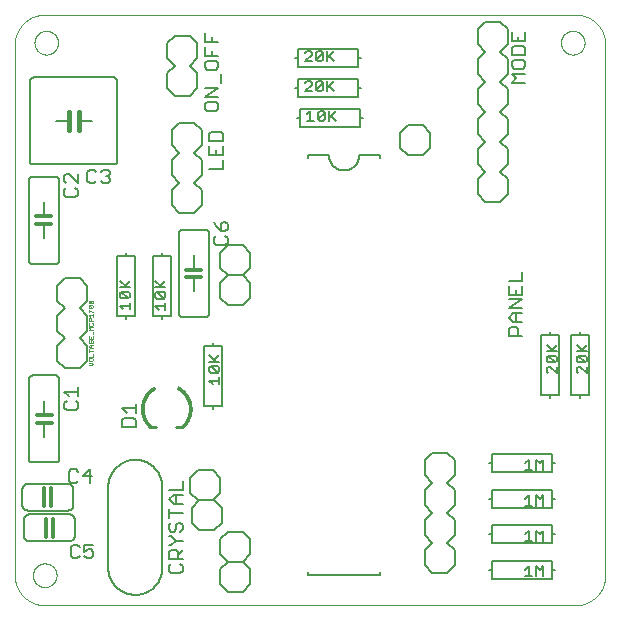
<source format=gto>
G75*
%MOIN*%
%OFA0B0*%
%FSLAX25Y25*%
%IPPOS*%
%LPD*%
%AMOC8*
5,1,8,0,0,1.08239X$1,22.5*
%
%ADD10C,0.00000*%
%ADD11C,0.00800*%
%ADD12C,0.01200*%
%ADD13C,0.00600*%
%ADD14C,0.00500*%
%ADD15C,0.00200*%
%ADD16C,0.01600*%
%ADD17C,0.00100*%
%ADD18C,0.01000*%
D10*
X0037233Y0047233D02*
X0037233Y0224083D01*
X0037236Y0224325D01*
X0037245Y0224566D01*
X0037259Y0224807D01*
X0037280Y0225048D01*
X0037306Y0225288D01*
X0037338Y0225528D01*
X0037376Y0225767D01*
X0037419Y0226004D01*
X0037469Y0226241D01*
X0037524Y0226476D01*
X0037584Y0226710D01*
X0037651Y0226942D01*
X0037722Y0227173D01*
X0037800Y0227402D01*
X0037883Y0227629D01*
X0037971Y0227854D01*
X0038065Y0228077D01*
X0038164Y0228297D01*
X0038269Y0228515D01*
X0038378Y0228730D01*
X0038493Y0228943D01*
X0038613Y0229153D01*
X0038738Y0229359D01*
X0038868Y0229563D01*
X0039003Y0229764D01*
X0039143Y0229961D01*
X0039287Y0230155D01*
X0039436Y0230345D01*
X0039590Y0230531D01*
X0039748Y0230714D01*
X0039910Y0230893D01*
X0040077Y0231068D01*
X0040248Y0231239D01*
X0040423Y0231406D01*
X0040602Y0231568D01*
X0040785Y0231726D01*
X0040971Y0231880D01*
X0041161Y0232029D01*
X0041355Y0232173D01*
X0041552Y0232313D01*
X0041753Y0232448D01*
X0041957Y0232578D01*
X0042163Y0232703D01*
X0042373Y0232823D01*
X0042586Y0232938D01*
X0042801Y0233047D01*
X0043019Y0233152D01*
X0043239Y0233251D01*
X0043462Y0233345D01*
X0043687Y0233433D01*
X0043914Y0233516D01*
X0044143Y0233594D01*
X0044374Y0233665D01*
X0044606Y0233732D01*
X0044840Y0233792D01*
X0045075Y0233847D01*
X0045312Y0233897D01*
X0045549Y0233940D01*
X0045788Y0233978D01*
X0046028Y0234010D01*
X0046268Y0234036D01*
X0046509Y0234057D01*
X0046750Y0234071D01*
X0046991Y0234080D01*
X0047233Y0234083D01*
X0224083Y0234083D01*
X0219296Y0224733D02*
X0219298Y0224858D01*
X0219304Y0224983D01*
X0219314Y0225107D01*
X0219328Y0225231D01*
X0219345Y0225355D01*
X0219367Y0225478D01*
X0219393Y0225600D01*
X0219422Y0225722D01*
X0219455Y0225842D01*
X0219493Y0225961D01*
X0219533Y0226080D01*
X0219578Y0226196D01*
X0219626Y0226311D01*
X0219678Y0226425D01*
X0219734Y0226537D01*
X0219793Y0226647D01*
X0219855Y0226755D01*
X0219921Y0226862D01*
X0219990Y0226966D01*
X0220063Y0227067D01*
X0220138Y0227167D01*
X0220217Y0227264D01*
X0220299Y0227358D01*
X0220384Y0227450D01*
X0220471Y0227539D01*
X0220562Y0227625D01*
X0220655Y0227708D01*
X0220751Y0227789D01*
X0220849Y0227866D01*
X0220949Y0227940D01*
X0221052Y0228011D01*
X0221157Y0228078D01*
X0221265Y0228143D01*
X0221374Y0228203D01*
X0221485Y0228261D01*
X0221598Y0228314D01*
X0221712Y0228364D01*
X0221828Y0228411D01*
X0221945Y0228453D01*
X0222064Y0228492D01*
X0222184Y0228528D01*
X0222305Y0228559D01*
X0222427Y0228587D01*
X0222549Y0228610D01*
X0222673Y0228630D01*
X0222797Y0228646D01*
X0222921Y0228658D01*
X0223046Y0228666D01*
X0223171Y0228670D01*
X0223295Y0228670D01*
X0223420Y0228666D01*
X0223545Y0228658D01*
X0223669Y0228646D01*
X0223793Y0228630D01*
X0223917Y0228610D01*
X0224039Y0228587D01*
X0224161Y0228559D01*
X0224282Y0228528D01*
X0224402Y0228492D01*
X0224521Y0228453D01*
X0224638Y0228411D01*
X0224754Y0228364D01*
X0224868Y0228314D01*
X0224981Y0228261D01*
X0225092Y0228203D01*
X0225202Y0228143D01*
X0225309Y0228078D01*
X0225414Y0228011D01*
X0225517Y0227940D01*
X0225617Y0227866D01*
X0225715Y0227789D01*
X0225811Y0227708D01*
X0225904Y0227625D01*
X0225995Y0227539D01*
X0226082Y0227450D01*
X0226167Y0227358D01*
X0226249Y0227264D01*
X0226328Y0227167D01*
X0226403Y0227067D01*
X0226476Y0226966D01*
X0226545Y0226862D01*
X0226611Y0226755D01*
X0226673Y0226647D01*
X0226732Y0226537D01*
X0226788Y0226425D01*
X0226840Y0226311D01*
X0226888Y0226196D01*
X0226933Y0226080D01*
X0226973Y0225961D01*
X0227011Y0225842D01*
X0227044Y0225722D01*
X0227073Y0225600D01*
X0227099Y0225478D01*
X0227121Y0225355D01*
X0227138Y0225231D01*
X0227152Y0225107D01*
X0227162Y0224983D01*
X0227168Y0224858D01*
X0227170Y0224733D01*
X0227168Y0224608D01*
X0227162Y0224483D01*
X0227152Y0224359D01*
X0227138Y0224235D01*
X0227121Y0224111D01*
X0227099Y0223988D01*
X0227073Y0223866D01*
X0227044Y0223744D01*
X0227011Y0223624D01*
X0226973Y0223505D01*
X0226933Y0223386D01*
X0226888Y0223270D01*
X0226840Y0223155D01*
X0226788Y0223041D01*
X0226732Y0222929D01*
X0226673Y0222819D01*
X0226611Y0222711D01*
X0226545Y0222604D01*
X0226476Y0222500D01*
X0226403Y0222399D01*
X0226328Y0222299D01*
X0226249Y0222202D01*
X0226167Y0222108D01*
X0226082Y0222016D01*
X0225995Y0221927D01*
X0225904Y0221841D01*
X0225811Y0221758D01*
X0225715Y0221677D01*
X0225617Y0221600D01*
X0225517Y0221526D01*
X0225414Y0221455D01*
X0225309Y0221388D01*
X0225201Y0221323D01*
X0225092Y0221263D01*
X0224981Y0221205D01*
X0224868Y0221152D01*
X0224754Y0221102D01*
X0224638Y0221055D01*
X0224521Y0221013D01*
X0224402Y0220974D01*
X0224282Y0220938D01*
X0224161Y0220907D01*
X0224039Y0220879D01*
X0223917Y0220856D01*
X0223793Y0220836D01*
X0223669Y0220820D01*
X0223545Y0220808D01*
X0223420Y0220800D01*
X0223295Y0220796D01*
X0223171Y0220796D01*
X0223046Y0220800D01*
X0222921Y0220808D01*
X0222797Y0220820D01*
X0222673Y0220836D01*
X0222549Y0220856D01*
X0222427Y0220879D01*
X0222305Y0220907D01*
X0222184Y0220938D01*
X0222064Y0220974D01*
X0221945Y0221013D01*
X0221828Y0221055D01*
X0221712Y0221102D01*
X0221598Y0221152D01*
X0221485Y0221205D01*
X0221374Y0221263D01*
X0221264Y0221323D01*
X0221157Y0221388D01*
X0221052Y0221455D01*
X0220949Y0221526D01*
X0220849Y0221600D01*
X0220751Y0221677D01*
X0220655Y0221758D01*
X0220562Y0221841D01*
X0220471Y0221927D01*
X0220384Y0222016D01*
X0220299Y0222108D01*
X0220217Y0222202D01*
X0220138Y0222299D01*
X0220063Y0222399D01*
X0219990Y0222500D01*
X0219921Y0222604D01*
X0219855Y0222711D01*
X0219793Y0222819D01*
X0219734Y0222929D01*
X0219678Y0223041D01*
X0219626Y0223155D01*
X0219578Y0223270D01*
X0219533Y0223386D01*
X0219493Y0223505D01*
X0219455Y0223624D01*
X0219422Y0223744D01*
X0219393Y0223866D01*
X0219367Y0223988D01*
X0219345Y0224111D01*
X0219328Y0224235D01*
X0219314Y0224359D01*
X0219304Y0224483D01*
X0219298Y0224608D01*
X0219296Y0224733D01*
X0224083Y0234083D02*
X0224325Y0234080D01*
X0224566Y0234071D01*
X0224807Y0234057D01*
X0225048Y0234036D01*
X0225288Y0234010D01*
X0225528Y0233978D01*
X0225767Y0233940D01*
X0226004Y0233897D01*
X0226241Y0233847D01*
X0226476Y0233792D01*
X0226710Y0233732D01*
X0226942Y0233665D01*
X0227173Y0233594D01*
X0227402Y0233516D01*
X0227629Y0233433D01*
X0227854Y0233345D01*
X0228077Y0233251D01*
X0228297Y0233152D01*
X0228515Y0233047D01*
X0228730Y0232938D01*
X0228943Y0232823D01*
X0229153Y0232703D01*
X0229359Y0232578D01*
X0229563Y0232448D01*
X0229764Y0232313D01*
X0229961Y0232173D01*
X0230155Y0232029D01*
X0230345Y0231880D01*
X0230531Y0231726D01*
X0230714Y0231568D01*
X0230893Y0231406D01*
X0231068Y0231239D01*
X0231239Y0231068D01*
X0231406Y0230893D01*
X0231568Y0230714D01*
X0231726Y0230531D01*
X0231880Y0230345D01*
X0232029Y0230155D01*
X0232173Y0229961D01*
X0232313Y0229764D01*
X0232448Y0229563D01*
X0232578Y0229359D01*
X0232703Y0229153D01*
X0232823Y0228943D01*
X0232938Y0228730D01*
X0233047Y0228515D01*
X0233152Y0228297D01*
X0233251Y0228077D01*
X0233345Y0227854D01*
X0233433Y0227629D01*
X0233516Y0227402D01*
X0233594Y0227173D01*
X0233665Y0226942D01*
X0233732Y0226710D01*
X0233792Y0226476D01*
X0233847Y0226241D01*
X0233897Y0226004D01*
X0233940Y0225767D01*
X0233978Y0225528D01*
X0234010Y0225288D01*
X0234036Y0225048D01*
X0234057Y0224807D01*
X0234071Y0224566D01*
X0234080Y0224325D01*
X0234083Y0224083D01*
X0234083Y0047233D01*
X0234080Y0046991D01*
X0234071Y0046750D01*
X0234057Y0046509D01*
X0234036Y0046268D01*
X0234010Y0046028D01*
X0233978Y0045788D01*
X0233940Y0045549D01*
X0233897Y0045312D01*
X0233847Y0045075D01*
X0233792Y0044840D01*
X0233732Y0044606D01*
X0233665Y0044374D01*
X0233594Y0044143D01*
X0233516Y0043914D01*
X0233433Y0043687D01*
X0233345Y0043462D01*
X0233251Y0043239D01*
X0233152Y0043019D01*
X0233047Y0042801D01*
X0232938Y0042586D01*
X0232823Y0042373D01*
X0232703Y0042163D01*
X0232578Y0041957D01*
X0232448Y0041753D01*
X0232313Y0041552D01*
X0232173Y0041355D01*
X0232029Y0041161D01*
X0231880Y0040971D01*
X0231726Y0040785D01*
X0231568Y0040602D01*
X0231406Y0040423D01*
X0231239Y0040248D01*
X0231068Y0040077D01*
X0230893Y0039910D01*
X0230714Y0039748D01*
X0230531Y0039590D01*
X0230345Y0039436D01*
X0230155Y0039287D01*
X0229961Y0039143D01*
X0229764Y0039003D01*
X0229563Y0038868D01*
X0229359Y0038738D01*
X0229153Y0038613D01*
X0228943Y0038493D01*
X0228730Y0038378D01*
X0228515Y0038269D01*
X0228297Y0038164D01*
X0228077Y0038065D01*
X0227854Y0037971D01*
X0227629Y0037883D01*
X0227402Y0037800D01*
X0227173Y0037722D01*
X0226942Y0037651D01*
X0226710Y0037584D01*
X0226476Y0037524D01*
X0226241Y0037469D01*
X0226004Y0037419D01*
X0225767Y0037376D01*
X0225528Y0037338D01*
X0225288Y0037306D01*
X0225048Y0037280D01*
X0224807Y0037259D01*
X0224566Y0037245D01*
X0224325Y0037236D01*
X0224083Y0037233D01*
X0047233Y0037233D01*
X0043296Y0047233D02*
X0043298Y0047358D01*
X0043304Y0047483D01*
X0043314Y0047607D01*
X0043328Y0047731D01*
X0043345Y0047855D01*
X0043367Y0047978D01*
X0043393Y0048100D01*
X0043422Y0048222D01*
X0043455Y0048342D01*
X0043493Y0048461D01*
X0043533Y0048580D01*
X0043578Y0048696D01*
X0043626Y0048811D01*
X0043678Y0048925D01*
X0043734Y0049037D01*
X0043793Y0049147D01*
X0043855Y0049255D01*
X0043921Y0049362D01*
X0043990Y0049466D01*
X0044063Y0049567D01*
X0044138Y0049667D01*
X0044217Y0049764D01*
X0044299Y0049858D01*
X0044384Y0049950D01*
X0044471Y0050039D01*
X0044562Y0050125D01*
X0044655Y0050208D01*
X0044751Y0050289D01*
X0044849Y0050366D01*
X0044949Y0050440D01*
X0045052Y0050511D01*
X0045157Y0050578D01*
X0045265Y0050643D01*
X0045374Y0050703D01*
X0045485Y0050761D01*
X0045598Y0050814D01*
X0045712Y0050864D01*
X0045828Y0050911D01*
X0045945Y0050953D01*
X0046064Y0050992D01*
X0046184Y0051028D01*
X0046305Y0051059D01*
X0046427Y0051087D01*
X0046549Y0051110D01*
X0046673Y0051130D01*
X0046797Y0051146D01*
X0046921Y0051158D01*
X0047046Y0051166D01*
X0047171Y0051170D01*
X0047295Y0051170D01*
X0047420Y0051166D01*
X0047545Y0051158D01*
X0047669Y0051146D01*
X0047793Y0051130D01*
X0047917Y0051110D01*
X0048039Y0051087D01*
X0048161Y0051059D01*
X0048282Y0051028D01*
X0048402Y0050992D01*
X0048521Y0050953D01*
X0048638Y0050911D01*
X0048754Y0050864D01*
X0048868Y0050814D01*
X0048981Y0050761D01*
X0049092Y0050703D01*
X0049202Y0050643D01*
X0049309Y0050578D01*
X0049414Y0050511D01*
X0049517Y0050440D01*
X0049617Y0050366D01*
X0049715Y0050289D01*
X0049811Y0050208D01*
X0049904Y0050125D01*
X0049995Y0050039D01*
X0050082Y0049950D01*
X0050167Y0049858D01*
X0050249Y0049764D01*
X0050328Y0049667D01*
X0050403Y0049567D01*
X0050476Y0049466D01*
X0050545Y0049362D01*
X0050611Y0049255D01*
X0050673Y0049147D01*
X0050732Y0049037D01*
X0050788Y0048925D01*
X0050840Y0048811D01*
X0050888Y0048696D01*
X0050933Y0048580D01*
X0050973Y0048461D01*
X0051011Y0048342D01*
X0051044Y0048222D01*
X0051073Y0048100D01*
X0051099Y0047978D01*
X0051121Y0047855D01*
X0051138Y0047731D01*
X0051152Y0047607D01*
X0051162Y0047483D01*
X0051168Y0047358D01*
X0051170Y0047233D01*
X0051168Y0047108D01*
X0051162Y0046983D01*
X0051152Y0046859D01*
X0051138Y0046735D01*
X0051121Y0046611D01*
X0051099Y0046488D01*
X0051073Y0046366D01*
X0051044Y0046244D01*
X0051011Y0046124D01*
X0050973Y0046005D01*
X0050933Y0045886D01*
X0050888Y0045770D01*
X0050840Y0045655D01*
X0050788Y0045541D01*
X0050732Y0045429D01*
X0050673Y0045319D01*
X0050611Y0045211D01*
X0050545Y0045104D01*
X0050476Y0045000D01*
X0050403Y0044899D01*
X0050328Y0044799D01*
X0050249Y0044702D01*
X0050167Y0044608D01*
X0050082Y0044516D01*
X0049995Y0044427D01*
X0049904Y0044341D01*
X0049811Y0044258D01*
X0049715Y0044177D01*
X0049617Y0044100D01*
X0049517Y0044026D01*
X0049414Y0043955D01*
X0049309Y0043888D01*
X0049201Y0043823D01*
X0049092Y0043763D01*
X0048981Y0043705D01*
X0048868Y0043652D01*
X0048754Y0043602D01*
X0048638Y0043555D01*
X0048521Y0043513D01*
X0048402Y0043474D01*
X0048282Y0043438D01*
X0048161Y0043407D01*
X0048039Y0043379D01*
X0047917Y0043356D01*
X0047793Y0043336D01*
X0047669Y0043320D01*
X0047545Y0043308D01*
X0047420Y0043300D01*
X0047295Y0043296D01*
X0047171Y0043296D01*
X0047046Y0043300D01*
X0046921Y0043308D01*
X0046797Y0043320D01*
X0046673Y0043336D01*
X0046549Y0043356D01*
X0046427Y0043379D01*
X0046305Y0043407D01*
X0046184Y0043438D01*
X0046064Y0043474D01*
X0045945Y0043513D01*
X0045828Y0043555D01*
X0045712Y0043602D01*
X0045598Y0043652D01*
X0045485Y0043705D01*
X0045374Y0043763D01*
X0045264Y0043823D01*
X0045157Y0043888D01*
X0045052Y0043955D01*
X0044949Y0044026D01*
X0044849Y0044100D01*
X0044751Y0044177D01*
X0044655Y0044258D01*
X0044562Y0044341D01*
X0044471Y0044427D01*
X0044384Y0044516D01*
X0044299Y0044608D01*
X0044217Y0044702D01*
X0044138Y0044799D01*
X0044063Y0044899D01*
X0043990Y0045000D01*
X0043921Y0045104D01*
X0043855Y0045211D01*
X0043793Y0045319D01*
X0043734Y0045429D01*
X0043678Y0045541D01*
X0043626Y0045655D01*
X0043578Y0045770D01*
X0043533Y0045886D01*
X0043493Y0046005D01*
X0043455Y0046124D01*
X0043422Y0046244D01*
X0043393Y0046366D01*
X0043367Y0046488D01*
X0043345Y0046611D01*
X0043328Y0046735D01*
X0043314Y0046859D01*
X0043304Y0046983D01*
X0043298Y0047108D01*
X0043296Y0047233D01*
X0037233Y0047233D02*
X0037236Y0046991D01*
X0037245Y0046750D01*
X0037259Y0046509D01*
X0037280Y0046268D01*
X0037306Y0046028D01*
X0037338Y0045788D01*
X0037376Y0045549D01*
X0037419Y0045312D01*
X0037469Y0045075D01*
X0037524Y0044840D01*
X0037584Y0044606D01*
X0037651Y0044374D01*
X0037722Y0044143D01*
X0037800Y0043914D01*
X0037883Y0043687D01*
X0037971Y0043462D01*
X0038065Y0043239D01*
X0038164Y0043019D01*
X0038269Y0042801D01*
X0038378Y0042586D01*
X0038493Y0042373D01*
X0038613Y0042163D01*
X0038738Y0041957D01*
X0038868Y0041753D01*
X0039003Y0041552D01*
X0039143Y0041355D01*
X0039287Y0041161D01*
X0039436Y0040971D01*
X0039590Y0040785D01*
X0039748Y0040602D01*
X0039910Y0040423D01*
X0040077Y0040248D01*
X0040248Y0040077D01*
X0040423Y0039910D01*
X0040602Y0039748D01*
X0040785Y0039590D01*
X0040971Y0039436D01*
X0041161Y0039287D01*
X0041355Y0039143D01*
X0041552Y0039003D01*
X0041753Y0038868D01*
X0041957Y0038738D01*
X0042163Y0038613D01*
X0042373Y0038493D01*
X0042586Y0038378D01*
X0042801Y0038269D01*
X0043019Y0038164D01*
X0043239Y0038065D01*
X0043462Y0037971D01*
X0043687Y0037883D01*
X0043914Y0037800D01*
X0044143Y0037722D01*
X0044374Y0037651D01*
X0044606Y0037584D01*
X0044840Y0037524D01*
X0045075Y0037469D01*
X0045312Y0037419D01*
X0045549Y0037376D01*
X0045788Y0037338D01*
X0046028Y0037306D01*
X0046268Y0037280D01*
X0046509Y0037259D01*
X0046750Y0037245D01*
X0046991Y0037236D01*
X0047233Y0037233D01*
X0043796Y0224733D02*
X0043798Y0224858D01*
X0043804Y0224983D01*
X0043814Y0225107D01*
X0043828Y0225231D01*
X0043845Y0225355D01*
X0043867Y0225478D01*
X0043893Y0225600D01*
X0043922Y0225722D01*
X0043955Y0225842D01*
X0043993Y0225961D01*
X0044033Y0226080D01*
X0044078Y0226196D01*
X0044126Y0226311D01*
X0044178Y0226425D01*
X0044234Y0226537D01*
X0044293Y0226647D01*
X0044355Y0226755D01*
X0044421Y0226862D01*
X0044490Y0226966D01*
X0044563Y0227067D01*
X0044638Y0227167D01*
X0044717Y0227264D01*
X0044799Y0227358D01*
X0044884Y0227450D01*
X0044971Y0227539D01*
X0045062Y0227625D01*
X0045155Y0227708D01*
X0045251Y0227789D01*
X0045349Y0227866D01*
X0045449Y0227940D01*
X0045552Y0228011D01*
X0045657Y0228078D01*
X0045765Y0228143D01*
X0045874Y0228203D01*
X0045985Y0228261D01*
X0046098Y0228314D01*
X0046212Y0228364D01*
X0046328Y0228411D01*
X0046445Y0228453D01*
X0046564Y0228492D01*
X0046684Y0228528D01*
X0046805Y0228559D01*
X0046927Y0228587D01*
X0047049Y0228610D01*
X0047173Y0228630D01*
X0047297Y0228646D01*
X0047421Y0228658D01*
X0047546Y0228666D01*
X0047671Y0228670D01*
X0047795Y0228670D01*
X0047920Y0228666D01*
X0048045Y0228658D01*
X0048169Y0228646D01*
X0048293Y0228630D01*
X0048417Y0228610D01*
X0048539Y0228587D01*
X0048661Y0228559D01*
X0048782Y0228528D01*
X0048902Y0228492D01*
X0049021Y0228453D01*
X0049138Y0228411D01*
X0049254Y0228364D01*
X0049368Y0228314D01*
X0049481Y0228261D01*
X0049592Y0228203D01*
X0049702Y0228143D01*
X0049809Y0228078D01*
X0049914Y0228011D01*
X0050017Y0227940D01*
X0050117Y0227866D01*
X0050215Y0227789D01*
X0050311Y0227708D01*
X0050404Y0227625D01*
X0050495Y0227539D01*
X0050582Y0227450D01*
X0050667Y0227358D01*
X0050749Y0227264D01*
X0050828Y0227167D01*
X0050903Y0227067D01*
X0050976Y0226966D01*
X0051045Y0226862D01*
X0051111Y0226755D01*
X0051173Y0226647D01*
X0051232Y0226537D01*
X0051288Y0226425D01*
X0051340Y0226311D01*
X0051388Y0226196D01*
X0051433Y0226080D01*
X0051473Y0225961D01*
X0051511Y0225842D01*
X0051544Y0225722D01*
X0051573Y0225600D01*
X0051599Y0225478D01*
X0051621Y0225355D01*
X0051638Y0225231D01*
X0051652Y0225107D01*
X0051662Y0224983D01*
X0051668Y0224858D01*
X0051670Y0224733D01*
X0051668Y0224608D01*
X0051662Y0224483D01*
X0051652Y0224359D01*
X0051638Y0224235D01*
X0051621Y0224111D01*
X0051599Y0223988D01*
X0051573Y0223866D01*
X0051544Y0223744D01*
X0051511Y0223624D01*
X0051473Y0223505D01*
X0051433Y0223386D01*
X0051388Y0223270D01*
X0051340Y0223155D01*
X0051288Y0223041D01*
X0051232Y0222929D01*
X0051173Y0222819D01*
X0051111Y0222711D01*
X0051045Y0222604D01*
X0050976Y0222500D01*
X0050903Y0222399D01*
X0050828Y0222299D01*
X0050749Y0222202D01*
X0050667Y0222108D01*
X0050582Y0222016D01*
X0050495Y0221927D01*
X0050404Y0221841D01*
X0050311Y0221758D01*
X0050215Y0221677D01*
X0050117Y0221600D01*
X0050017Y0221526D01*
X0049914Y0221455D01*
X0049809Y0221388D01*
X0049701Y0221323D01*
X0049592Y0221263D01*
X0049481Y0221205D01*
X0049368Y0221152D01*
X0049254Y0221102D01*
X0049138Y0221055D01*
X0049021Y0221013D01*
X0048902Y0220974D01*
X0048782Y0220938D01*
X0048661Y0220907D01*
X0048539Y0220879D01*
X0048417Y0220856D01*
X0048293Y0220836D01*
X0048169Y0220820D01*
X0048045Y0220808D01*
X0047920Y0220800D01*
X0047795Y0220796D01*
X0047671Y0220796D01*
X0047546Y0220800D01*
X0047421Y0220808D01*
X0047297Y0220820D01*
X0047173Y0220836D01*
X0047049Y0220856D01*
X0046927Y0220879D01*
X0046805Y0220907D01*
X0046684Y0220938D01*
X0046564Y0220974D01*
X0046445Y0221013D01*
X0046328Y0221055D01*
X0046212Y0221102D01*
X0046098Y0221152D01*
X0045985Y0221205D01*
X0045874Y0221263D01*
X0045764Y0221323D01*
X0045657Y0221388D01*
X0045552Y0221455D01*
X0045449Y0221526D01*
X0045349Y0221600D01*
X0045251Y0221677D01*
X0045155Y0221758D01*
X0045062Y0221841D01*
X0044971Y0221927D01*
X0044884Y0222016D01*
X0044799Y0222108D01*
X0044717Y0222202D01*
X0044638Y0222299D01*
X0044563Y0222399D01*
X0044490Y0222500D01*
X0044421Y0222604D01*
X0044355Y0222711D01*
X0044293Y0222819D01*
X0044234Y0222929D01*
X0044178Y0223041D01*
X0044126Y0223155D01*
X0044078Y0223270D01*
X0044033Y0223386D01*
X0043993Y0223505D01*
X0043955Y0223624D01*
X0043922Y0223744D01*
X0043893Y0223866D01*
X0043867Y0223988D01*
X0043845Y0224111D01*
X0043828Y0224235D01*
X0043814Y0224359D01*
X0043804Y0224483D01*
X0043798Y0224608D01*
X0043796Y0224733D01*
D11*
X0088115Y0224536D02*
X0088115Y0219536D01*
X0090615Y0217036D01*
X0088115Y0214536D01*
X0088115Y0209536D01*
X0090615Y0207036D01*
X0095615Y0207036D01*
X0098115Y0209536D01*
X0098115Y0214536D01*
X0095615Y0217036D01*
X0098115Y0219536D01*
X0098115Y0224536D01*
X0095615Y0227036D01*
X0090615Y0227036D01*
X0088115Y0224536D01*
X0092111Y0197981D02*
X0089611Y0195481D01*
X0089611Y0190481D01*
X0092111Y0187981D01*
X0089611Y0185481D01*
X0089611Y0180481D01*
X0092111Y0177981D01*
X0089611Y0175481D01*
X0089611Y0170481D01*
X0092111Y0167981D01*
X0097111Y0167981D01*
X0099611Y0170481D01*
X0099611Y0175481D01*
X0097111Y0177981D01*
X0099611Y0180481D01*
X0099611Y0185481D01*
X0097111Y0187981D01*
X0099611Y0190481D01*
X0099611Y0195481D01*
X0097111Y0197981D01*
X0092111Y0197981D01*
X0131328Y0199792D02*
X0132328Y0199792D01*
X0132328Y0202792D01*
X0152328Y0202792D01*
X0152328Y0199792D01*
X0153328Y0199792D01*
X0152328Y0199792D02*
X0152328Y0196792D01*
X0132328Y0196792D01*
X0132328Y0199792D01*
X0131733Y0206733D02*
X0131733Y0209733D01*
X0130733Y0209733D01*
X0131733Y0209733D02*
X0131733Y0212733D01*
X0151733Y0212733D01*
X0151733Y0209733D01*
X0152733Y0209733D01*
X0151733Y0209733D02*
X0151733Y0206733D01*
X0131733Y0206733D01*
X0131733Y0216733D02*
X0131733Y0219733D01*
X0130733Y0219733D01*
X0131733Y0219733D02*
X0131733Y0222733D01*
X0151733Y0222733D01*
X0151733Y0219733D01*
X0152733Y0219733D01*
X0151733Y0219733D02*
X0151733Y0216733D01*
X0131733Y0216733D01*
X0134989Y0187233D02*
X0134989Y0186233D01*
X0134989Y0187233D02*
X0141989Y0187233D01*
X0141991Y0187093D01*
X0141997Y0186953D01*
X0142007Y0186813D01*
X0142020Y0186673D01*
X0142038Y0186534D01*
X0142060Y0186395D01*
X0142085Y0186258D01*
X0142114Y0186120D01*
X0142147Y0185984D01*
X0142184Y0185849D01*
X0142225Y0185715D01*
X0142270Y0185582D01*
X0142318Y0185450D01*
X0142370Y0185320D01*
X0142425Y0185191D01*
X0142484Y0185064D01*
X0142547Y0184938D01*
X0142613Y0184814D01*
X0142682Y0184693D01*
X0142755Y0184573D01*
X0142832Y0184455D01*
X0142911Y0184340D01*
X0142994Y0184226D01*
X0143080Y0184116D01*
X0143169Y0184007D01*
X0143261Y0183901D01*
X0143356Y0183798D01*
X0143453Y0183697D01*
X0143554Y0183600D01*
X0143657Y0183505D01*
X0143763Y0183413D01*
X0143872Y0183324D01*
X0143982Y0183238D01*
X0144096Y0183155D01*
X0144211Y0183076D01*
X0144329Y0182999D01*
X0144449Y0182926D01*
X0144570Y0182857D01*
X0144694Y0182791D01*
X0144820Y0182728D01*
X0144947Y0182669D01*
X0145076Y0182614D01*
X0145206Y0182562D01*
X0145338Y0182514D01*
X0145471Y0182469D01*
X0145605Y0182428D01*
X0145740Y0182391D01*
X0145876Y0182358D01*
X0146014Y0182329D01*
X0146151Y0182304D01*
X0146290Y0182282D01*
X0146429Y0182264D01*
X0146569Y0182251D01*
X0146709Y0182241D01*
X0146849Y0182235D01*
X0146989Y0182233D01*
X0147129Y0182235D01*
X0147269Y0182241D01*
X0147409Y0182251D01*
X0147549Y0182264D01*
X0147688Y0182282D01*
X0147827Y0182304D01*
X0147964Y0182329D01*
X0148102Y0182358D01*
X0148238Y0182391D01*
X0148373Y0182428D01*
X0148507Y0182469D01*
X0148640Y0182514D01*
X0148772Y0182562D01*
X0148902Y0182614D01*
X0149031Y0182669D01*
X0149158Y0182728D01*
X0149284Y0182791D01*
X0149408Y0182857D01*
X0149529Y0182926D01*
X0149649Y0182999D01*
X0149767Y0183076D01*
X0149882Y0183155D01*
X0149996Y0183238D01*
X0150106Y0183324D01*
X0150215Y0183413D01*
X0150321Y0183505D01*
X0150424Y0183600D01*
X0150525Y0183697D01*
X0150622Y0183798D01*
X0150717Y0183901D01*
X0150809Y0184007D01*
X0150898Y0184116D01*
X0150984Y0184226D01*
X0151067Y0184340D01*
X0151146Y0184455D01*
X0151223Y0184573D01*
X0151296Y0184693D01*
X0151365Y0184814D01*
X0151431Y0184938D01*
X0151494Y0185064D01*
X0151553Y0185191D01*
X0151608Y0185320D01*
X0151660Y0185450D01*
X0151708Y0185582D01*
X0151753Y0185715D01*
X0151794Y0185849D01*
X0151831Y0185984D01*
X0151864Y0186120D01*
X0151893Y0186258D01*
X0151918Y0186395D01*
X0151940Y0186534D01*
X0151958Y0186673D01*
X0151971Y0186813D01*
X0151981Y0186953D01*
X0151987Y0187093D01*
X0151989Y0187233D01*
X0158989Y0187233D01*
X0158989Y0186233D01*
X0165733Y0189733D02*
X0165733Y0194733D01*
X0168233Y0197233D01*
X0173233Y0197233D01*
X0175733Y0194733D01*
X0175733Y0189733D01*
X0173233Y0187233D01*
X0168233Y0187233D01*
X0165733Y0189733D01*
X0191635Y0189272D02*
X0191635Y0184272D01*
X0194135Y0181772D01*
X0191635Y0179272D01*
X0191635Y0174272D01*
X0194135Y0171772D01*
X0199135Y0171772D01*
X0201635Y0174272D01*
X0201635Y0179272D01*
X0199135Y0181772D01*
X0201635Y0184272D01*
X0201635Y0189272D01*
X0199135Y0191772D01*
X0201635Y0194272D01*
X0201635Y0199272D01*
X0199135Y0201772D01*
X0201635Y0204272D01*
X0201635Y0209272D01*
X0199135Y0211772D01*
X0201635Y0214272D01*
X0201635Y0219272D01*
X0199135Y0221772D01*
X0201635Y0224272D01*
X0201635Y0229272D01*
X0199135Y0231772D01*
X0194135Y0231772D01*
X0191635Y0229272D01*
X0191635Y0224272D01*
X0194135Y0221772D01*
X0191635Y0219272D01*
X0191635Y0214272D01*
X0194135Y0211772D01*
X0191635Y0209272D01*
X0191635Y0204272D01*
X0194135Y0201772D01*
X0191635Y0199272D01*
X0191635Y0194272D01*
X0194135Y0191772D01*
X0191635Y0189272D01*
X0212733Y0127233D02*
X0215733Y0127233D01*
X0215733Y0128233D01*
X0215733Y0127233D02*
X0218733Y0127233D01*
X0218733Y0107233D01*
X0215733Y0107233D01*
X0215733Y0106233D01*
X0215733Y0107233D02*
X0212733Y0107233D01*
X0212733Y0127233D01*
X0222733Y0127233D02*
X0225733Y0127233D01*
X0225733Y0128233D01*
X0225733Y0127233D02*
X0228733Y0127233D01*
X0228733Y0107233D01*
X0225733Y0107233D01*
X0225733Y0106233D01*
X0225733Y0107233D02*
X0222733Y0107233D01*
X0222733Y0127233D01*
X0216461Y0087477D02*
X0196461Y0087477D01*
X0196461Y0084477D01*
X0195461Y0084477D01*
X0196461Y0084477D02*
X0196461Y0081477D01*
X0216461Y0081477D01*
X0216461Y0084477D01*
X0217461Y0084477D01*
X0216461Y0084477D02*
X0216461Y0087477D01*
X0216461Y0075666D02*
X0216461Y0072666D01*
X0217461Y0072666D01*
X0216461Y0072666D02*
X0216461Y0069666D01*
X0196461Y0069666D01*
X0196461Y0072666D01*
X0195461Y0072666D01*
X0196461Y0072666D02*
X0196461Y0075666D01*
X0216461Y0075666D01*
X0216461Y0063855D02*
X0216461Y0060855D01*
X0217461Y0060855D01*
X0216461Y0060855D02*
X0216461Y0057855D01*
X0196461Y0057855D01*
X0196461Y0060855D01*
X0195461Y0060855D01*
X0196461Y0060855D02*
X0196461Y0063855D01*
X0216461Y0063855D01*
X0216461Y0052044D02*
X0216461Y0049044D01*
X0217461Y0049044D01*
X0216461Y0049044D02*
X0216461Y0046044D01*
X0196461Y0046044D01*
X0196461Y0049044D01*
X0195461Y0049044D01*
X0196461Y0049044D02*
X0196461Y0052044D01*
X0216461Y0052044D01*
X0183902Y0050481D02*
X0183902Y0055481D01*
X0181402Y0057981D01*
X0183902Y0060481D01*
X0183902Y0065481D01*
X0181402Y0067981D01*
X0183902Y0070481D01*
X0183902Y0075481D01*
X0181402Y0077981D01*
X0183902Y0080481D01*
X0183902Y0085481D01*
X0181402Y0087981D01*
X0176402Y0087981D01*
X0173902Y0085481D01*
X0173902Y0080481D01*
X0176402Y0077981D01*
X0173902Y0075481D01*
X0173902Y0070481D01*
X0176402Y0067981D01*
X0173902Y0065481D01*
X0173902Y0060481D01*
X0176402Y0057981D01*
X0173902Y0055481D01*
X0173902Y0050481D01*
X0176402Y0047981D01*
X0181402Y0047981D01*
X0183902Y0050481D01*
X0158989Y0048233D02*
X0158989Y0047233D01*
X0134989Y0047233D01*
X0134989Y0048233D01*
X0115733Y0049233D02*
X0115733Y0044233D01*
X0113233Y0041733D01*
X0108233Y0041733D01*
X0105733Y0044233D01*
X0105733Y0049233D01*
X0108233Y0051733D01*
X0113233Y0051733D01*
X0115733Y0054233D01*
X0115733Y0059233D01*
X0113233Y0061733D01*
X0108233Y0061733D01*
X0105733Y0059233D01*
X0105733Y0054233D01*
X0108233Y0051733D01*
X0113233Y0051733D01*
X0115733Y0049233D01*
X0103733Y0062233D02*
X0106233Y0064733D01*
X0106233Y0069733D01*
X0103733Y0072233D01*
X0098733Y0072233D01*
X0096233Y0069733D01*
X0096233Y0064733D01*
X0098733Y0062233D01*
X0103733Y0062233D01*
X0103233Y0072233D02*
X0098233Y0072233D01*
X0095733Y0074733D01*
X0095733Y0079733D01*
X0098233Y0082233D01*
X0103233Y0082233D01*
X0105733Y0079733D01*
X0105733Y0074733D01*
X0103233Y0072233D01*
X0086406Y0076717D02*
X0086406Y0049717D01*
X0086403Y0049498D01*
X0086395Y0049279D01*
X0086382Y0049060D01*
X0086363Y0048842D01*
X0086339Y0048624D01*
X0086310Y0048407D01*
X0086276Y0048190D01*
X0086236Y0047975D01*
X0086191Y0047760D01*
X0086140Y0047547D01*
X0086085Y0047335D01*
X0086024Y0047124D01*
X0085959Y0046915D01*
X0085888Y0046708D01*
X0085812Y0046502D01*
X0085731Y0046298D01*
X0085646Y0046096D01*
X0085555Y0045897D01*
X0085460Y0045700D01*
X0085359Y0045505D01*
X0085254Y0045312D01*
X0085145Y0045122D01*
X0085031Y0044935D01*
X0084912Y0044751D01*
X0084789Y0044570D01*
X0084661Y0044392D01*
X0084529Y0044216D01*
X0084393Y0044045D01*
X0084253Y0043876D01*
X0084109Y0043711D01*
X0083961Y0043550D01*
X0083809Y0043392D01*
X0083653Y0043238D01*
X0083493Y0043088D01*
X0083330Y0042941D01*
X0083163Y0042799D01*
X0082993Y0042661D01*
X0082819Y0042527D01*
X0082643Y0042397D01*
X0082463Y0042272D01*
X0082280Y0042151D01*
X0082094Y0042035D01*
X0081906Y0041923D01*
X0081715Y0041816D01*
X0081521Y0041713D01*
X0081325Y0041615D01*
X0081127Y0041522D01*
X0080926Y0041434D01*
X0080723Y0041351D01*
X0080518Y0041272D01*
X0080312Y0041199D01*
X0080104Y0041131D01*
X0079894Y0041068D01*
X0079682Y0041010D01*
X0079470Y0040957D01*
X0079256Y0040909D01*
X0079041Y0040867D01*
X0078825Y0040830D01*
X0078608Y0040798D01*
X0078390Y0040771D01*
X0078172Y0040750D01*
X0077954Y0040734D01*
X0077735Y0040723D01*
X0077516Y0040718D01*
X0077296Y0040718D01*
X0077077Y0040723D01*
X0076858Y0040734D01*
X0076640Y0040750D01*
X0076422Y0040771D01*
X0076204Y0040798D01*
X0075987Y0040830D01*
X0075771Y0040867D01*
X0075556Y0040909D01*
X0075342Y0040957D01*
X0075130Y0041010D01*
X0074918Y0041068D01*
X0074708Y0041131D01*
X0074500Y0041199D01*
X0074294Y0041272D01*
X0074089Y0041351D01*
X0073886Y0041434D01*
X0073685Y0041522D01*
X0073487Y0041615D01*
X0073291Y0041713D01*
X0073097Y0041816D01*
X0072906Y0041923D01*
X0072718Y0042035D01*
X0072532Y0042151D01*
X0072349Y0042272D01*
X0072169Y0042397D01*
X0071993Y0042527D01*
X0071819Y0042661D01*
X0071649Y0042799D01*
X0071482Y0042941D01*
X0071319Y0043088D01*
X0071159Y0043238D01*
X0071003Y0043392D01*
X0070851Y0043550D01*
X0070703Y0043711D01*
X0070559Y0043876D01*
X0070419Y0044045D01*
X0070283Y0044216D01*
X0070151Y0044392D01*
X0070023Y0044570D01*
X0069900Y0044751D01*
X0069781Y0044935D01*
X0069667Y0045122D01*
X0069558Y0045312D01*
X0069453Y0045505D01*
X0069352Y0045700D01*
X0069257Y0045897D01*
X0069166Y0046096D01*
X0069081Y0046298D01*
X0069000Y0046502D01*
X0068924Y0046708D01*
X0068853Y0046915D01*
X0068788Y0047124D01*
X0068727Y0047335D01*
X0068672Y0047547D01*
X0068621Y0047760D01*
X0068576Y0047975D01*
X0068536Y0048190D01*
X0068502Y0048407D01*
X0068473Y0048624D01*
X0068449Y0048842D01*
X0068430Y0049060D01*
X0068417Y0049279D01*
X0068409Y0049498D01*
X0068406Y0049717D01*
X0068406Y0076717D01*
X0068409Y0076936D01*
X0068417Y0077155D01*
X0068430Y0077374D01*
X0068449Y0077592D01*
X0068473Y0077810D01*
X0068502Y0078027D01*
X0068536Y0078244D01*
X0068576Y0078459D01*
X0068621Y0078674D01*
X0068672Y0078887D01*
X0068727Y0079099D01*
X0068788Y0079310D01*
X0068853Y0079519D01*
X0068924Y0079726D01*
X0069000Y0079932D01*
X0069081Y0080136D01*
X0069166Y0080338D01*
X0069257Y0080537D01*
X0069352Y0080734D01*
X0069453Y0080929D01*
X0069558Y0081122D01*
X0069667Y0081312D01*
X0069781Y0081499D01*
X0069900Y0081683D01*
X0070023Y0081864D01*
X0070151Y0082042D01*
X0070283Y0082218D01*
X0070419Y0082389D01*
X0070559Y0082558D01*
X0070703Y0082723D01*
X0070851Y0082884D01*
X0071003Y0083042D01*
X0071159Y0083196D01*
X0071319Y0083346D01*
X0071482Y0083493D01*
X0071649Y0083635D01*
X0071819Y0083773D01*
X0071993Y0083907D01*
X0072169Y0084037D01*
X0072349Y0084162D01*
X0072532Y0084283D01*
X0072718Y0084399D01*
X0072906Y0084511D01*
X0073097Y0084618D01*
X0073291Y0084721D01*
X0073487Y0084819D01*
X0073685Y0084912D01*
X0073886Y0085000D01*
X0074089Y0085083D01*
X0074294Y0085162D01*
X0074500Y0085235D01*
X0074708Y0085303D01*
X0074918Y0085366D01*
X0075130Y0085424D01*
X0075342Y0085477D01*
X0075556Y0085525D01*
X0075771Y0085567D01*
X0075987Y0085604D01*
X0076204Y0085636D01*
X0076422Y0085663D01*
X0076640Y0085684D01*
X0076858Y0085700D01*
X0077077Y0085711D01*
X0077296Y0085716D01*
X0077516Y0085716D01*
X0077735Y0085711D01*
X0077954Y0085700D01*
X0078172Y0085684D01*
X0078390Y0085663D01*
X0078608Y0085636D01*
X0078825Y0085604D01*
X0079041Y0085567D01*
X0079256Y0085525D01*
X0079470Y0085477D01*
X0079682Y0085424D01*
X0079894Y0085366D01*
X0080104Y0085303D01*
X0080312Y0085235D01*
X0080518Y0085162D01*
X0080723Y0085083D01*
X0080926Y0085000D01*
X0081127Y0084912D01*
X0081325Y0084819D01*
X0081521Y0084721D01*
X0081715Y0084618D01*
X0081906Y0084511D01*
X0082094Y0084399D01*
X0082280Y0084283D01*
X0082463Y0084162D01*
X0082643Y0084037D01*
X0082819Y0083907D01*
X0082993Y0083773D01*
X0083163Y0083635D01*
X0083330Y0083493D01*
X0083493Y0083346D01*
X0083653Y0083196D01*
X0083809Y0083042D01*
X0083961Y0082884D01*
X0084109Y0082723D01*
X0084253Y0082558D01*
X0084393Y0082389D01*
X0084529Y0082218D01*
X0084661Y0082042D01*
X0084789Y0081864D01*
X0084912Y0081683D01*
X0085031Y0081499D01*
X0085145Y0081312D01*
X0085254Y0081122D01*
X0085359Y0080929D01*
X0085460Y0080734D01*
X0085555Y0080537D01*
X0085646Y0080338D01*
X0085731Y0080136D01*
X0085812Y0079932D01*
X0085888Y0079726D01*
X0085959Y0079519D01*
X0086024Y0079310D01*
X0086085Y0079099D01*
X0086140Y0078887D01*
X0086191Y0078674D01*
X0086236Y0078459D01*
X0086276Y0078244D01*
X0086310Y0078027D01*
X0086339Y0077810D01*
X0086363Y0077592D01*
X0086382Y0077374D01*
X0086395Y0077155D01*
X0086403Y0076936D01*
X0086406Y0076717D01*
X0100233Y0103733D02*
X0100233Y0123733D01*
X0103233Y0123733D01*
X0103233Y0124733D01*
X0103233Y0123733D02*
X0106233Y0123733D01*
X0106233Y0103733D01*
X0103233Y0103733D01*
X0103233Y0102733D01*
X0103233Y0103733D02*
X0100233Y0103733D01*
X0089225Y0133532D02*
X0086225Y0133532D01*
X0086225Y0132532D01*
X0086225Y0133532D02*
X0083225Y0133532D01*
X0083225Y0153532D01*
X0086225Y0153532D01*
X0086225Y0154532D01*
X0086225Y0153532D02*
X0089225Y0153532D01*
X0089225Y0133532D01*
X0077414Y0133532D02*
X0074414Y0133532D01*
X0074414Y0132532D01*
X0074414Y0133532D02*
X0071414Y0133532D01*
X0071414Y0153532D01*
X0074414Y0153532D01*
X0074414Y0154532D01*
X0074414Y0153532D02*
X0077414Y0153532D01*
X0077414Y0133532D01*
X0061343Y0133709D02*
X0061343Y0128709D01*
X0058843Y0126209D01*
X0061343Y0123709D01*
X0061343Y0118709D01*
X0058843Y0116209D01*
X0053843Y0116209D01*
X0051343Y0118709D01*
X0051343Y0123709D01*
X0053843Y0126209D01*
X0051343Y0128709D01*
X0051343Y0133709D01*
X0053843Y0136209D01*
X0051343Y0138709D01*
X0051343Y0143709D01*
X0053843Y0146209D01*
X0058843Y0146209D01*
X0061343Y0143709D01*
X0061343Y0138709D01*
X0058843Y0136209D01*
X0061343Y0133709D01*
X0105733Y0139733D02*
X0108233Y0137233D01*
X0113233Y0137233D01*
X0115733Y0139733D01*
X0115733Y0144733D01*
X0113233Y0147233D01*
X0108233Y0147233D01*
X0105733Y0144733D01*
X0105733Y0139733D01*
X0108233Y0147233D02*
X0113233Y0147233D01*
X0115733Y0149733D01*
X0115733Y0154733D01*
X0113233Y0157233D01*
X0108233Y0157233D01*
X0105733Y0154733D01*
X0105733Y0149733D01*
X0108233Y0147233D01*
D12*
X0099473Y0146543D02*
X0096973Y0146543D01*
X0094473Y0146543D01*
X0094473Y0149043D02*
X0096973Y0149043D01*
X0099473Y0149043D01*
X0049473Y0164380D02*
X0046973Y0164380D01*
X0044473Y0164380D01*
X0044473Y0166880D02*
X0046973Y0166880D01*
X0049473Y0166880D01*
X0049493Y0100524D02*
X0046993Y0100524D01*
X0044493Y0100524D01*
X0044493Y0098024D02*
X0046993Y0098024D01*
X0049493Y0098024D01*
X0049472Y0076296D02*
X0049472Y0070296D01*
X0046972Y0070296D02*
X0046972Y0076296D01*
X0047484Y0066115D02*
X0047484Y0060115D01*
X0049984Y0060115D02*
X0049984Y0066115D01*
D13*
X0054772Y0068796D02*
X0041772Y0068796D01*
X0042284Y0067615D02*
X0055284Y0067615D01*
X0055371Y0067613D01*
X0055458Y0067607D01*
X0055545Y0067598D01*
X0055631Y0067585D01*
X0055717Y0067568D01*
X0055802Y0067547D01*
X0055885Y0067522D01*
X0055968Y0067494D01*
X0056049Y0067463D01*
X0056129Y0067428D01*
X0056207Y0067389D01*
X0056284Y0067347D01*
X0056359Y0067302D01*
X0056431Y0067253D01*
X0056502Y0067202D01*
X0056570Y0067147D01*
X0056635Y0067090D01*
X0056698Y0067029D01*
X0056759Y0066966D01*
X0056816Y0066901D01*
X0056871Y0066833D01*
X0056922Y0066762D01*
X0056971Y0066690D01*
X0057016Y0066615D01*
X0057058Y0066538D01*
X0057097Y0066460D01*
X0057132Y0066380D01*
X0057163Y0066299D01*
X0057191Y0066216D01*
X0057216Y0066133D01*
X0057237Y0066048D01*
X0057254Y0065962D01*
X0057267Y0065876D01*
X0057276Y0065789D01*
X0057282Y0065702D01*
X0057284Y0065615D01*
X0057284Y0060615D01*
X0057282Y0060528D01*
X0057276Y0060441D01*
X0057267Y0060354D01*
X0057254Y0060268D01*
X0057237Y0060182D01*
X0057216Y0060097D01*
X0057191Y0060014D01*
X0057163Y0059931D01*
X0057132Y0059850D01*
X0057097Y0059770D01*
X0057058Y0059692D01*
X0057016Y0059615D01*
X0056971Y0059540D01*
X0056922Y0059468D01*
X0056871Y0059397D01*
X0056816Y0059329D01*
X0056759Y0059264D01*
X0056698Y0059201D01*
X0056635Y0059140D01*
X0056570Y0059083D01*
X0056502Y0059028D01*
X0056431Y0058977D01*
X0056359Y0058928D01*
X0056284Y0058883D01*
X0056207Y0058841D01*
X0056129Y0058802D01*
X0056049Y0058767D01*
X0055968Y0058736D01*
X0055885Y0058708D01*
X0055802Y0058683D01*
X0055717Y0058662D01*
X0055631Y0058645D01*
X0055545Y0058632D01*
X0055458Y0058623D01*
X0055371Y0058617D01*
X0055284Y0058615D01*
X0042284Y0058615D01*
X0042197Y0058617D01*
X0042110Y0058623D01*
X0042023Y0058632D01*
X0041937Y0058645D01*
X0041851Y0058662D01*
X0041766Y0058683D01*
X0041683Y0058708D01*
X0041600Y0058736D01*
X0041519Y0058767D01*
X0041439Y0058802D01*
X0041361Y0058841D01*
X0041284Y0058883D01*
X0041209Y0058928D01*
X0041137Y0058977D01*
X0041066Y0059028D01*
X0040998Y0059083D01*
X0040933Y0059140D01*
X0040870Y0059201D01*
X0040809Y0059264D01*
X0040752Y0059329D01*
X0040697Y0059397D01*
X0040646Y0059468D01*
X0040597Y0059540D01*
X0040552Y0059615D01*
X0040510Y0059692D01*
X0040471Y0059770D01*
X0040436Y0059850D01*
X0040405Y0059931D01*
X0040377Y0060014D01*
X0040352Y0060097D01*
X0040331Y0060182D01*
X0040314Y0060268D01*
X0040301Y0060354D01*
X0040292Y0060441D01*
X0040286Y0060528D01*
X0040284Y0060615D01*
X0040284Y0065615D01*
X0040286Y0065702D01*
X0040292Y0065789D01*
X0040301Y0065876D01*
X0040314Y0065962D01*
X0040331Y0066048D01*
X0040352Y0066133D01*
X0040377Y0066216D01*
X0040405Y0066299D01*
X0040436Y0066380D01*
X0040471Y0066460D01*
X0040510Y0066538D01*
X0040552Y0066615D01*
X0040597Y0066690D01*
X0040646Y0066762D01*
X0040697Y0066833D01*
X0040752Y0066901D01*
X0040809Y0066966D01*
X0040870Y0067029D01*
X0040933Y0067090D01*
X0040998Y0067147D01*
X0041066Y0067202D01*
X0041137Y0067253D01*
X0041209Y0067302D01*
X0041284Y0067347D01*
X0041361Y0067389D01*
X0041439Y0067428D01*
X0041519Y0067463D01*
X0041600Y0067494D01*
X0041683Y0067522D01*
X0041766Y0067547D01*
X0041851Y0067568D01*
X0041937Y0067585D01*
X0042023Y0067598D01*
X0042110Y0067607D01*
X0042197Y0067613D01*
X0042284Y0067615D01*
X0041772Y0068796D02*
X0041685Y0068798D01*
X0041598Y0068804D01*
X0041511Y0068813D01*
X0041425Y0068826D01*
X0041339Y0068843D01*
X0041254Y0068864D01*
X0041171Y0068889D01*
X0041088Y0068917D01*
X0041007Y0068948D01*
X0040927Y0068983D01*
X0040849Y0069022D01*
X0040772Y0069064D01*
X0040697Y0069109D01*
X0040625Y0069158D01*
X0040554Y0069209D01*
X0040486Y0069264D01*
X0040421Y0069321D01*
X0040358Y0069382D01*
X0040297Y0069445D01*
X0040240Y0069510D01*
X0040185Y0069578D01*
X0040134Y0069649D01*
X0040085Y0069721D01*
X0040040Y0069796D01*
X0039998Y0069873D01*
X0039959Y0069951D01*
X0039924Y0070031D01*
X0039893Y0070112D01*
X0039865Y0070195D01*
X0039840Y0070278D01*
X0039819Y0070363D01*
X0039802Y0070449D01*
X0039789Y0070535D01*
X0039780Y0070622D01*
X0039774Y0070709D01*
X0039772Y0070796D01*
X0039772Y0075796D01*
X0039774Y0075883D01*
X0039780Y0075970D01*
X0039789Y0076057D01*
X0039802Y0076143D01*
X0039819Y0076229D01*
X0039840Y0076314D01*
X0039865Y0076397D01*
X0039893Y0076480D01*
X0039924Y0076561D01*
X0039959Y0076641D01*
X0039998Y0076719D01*
X0040040Y0076796D01*
X0040085Y0076871D01*
X0040134Y0076943D01*
X0040185Y0077014D01*
X0040240Y0077082D01*
X0040297Y0077147D01*
X0040358Y0077210D01*
X0040421Y0077271D01*
X0040486Y0077328D01*
X0040554Y0077383D01*
X0040625Y0077434D01*
X0040697Y0077483D01*
X0040772Y0077528D01*
X0040849Y0077570D01*
X0040927Y0077609D01*
X0041007Y0077644D01*
X0041088Y0077675D01*
X0041171Y0077703D01*
X0041254Y0077728D01*
X0041339Y0077749D01*
X0041425Y0077766D01*
X0041511Y0077779D01*
X0041598Y0077788D01*
X0041685Y0077794D01*
X0041772Y0077796D01*
X0054772Y0077796D01*
X0054859Y0077794D01*
X0054946Y0077788D01*
X0055033Y0077779D01*
X0055119Y0077766D01*
X0055205Y0077749D01*
X0055290Y0077728D01*
X0055373Y0077703D01*
X0055456Y0077675D01*
X0055537Y0077644D01*
X0055617Y0077609D01*
X0055695Y0077570D01*
X0055772Y0077528D01*
X0055847Y0077483D01*
X0055919Y0077434D01*
X0055990Y0077383D01*
X0056058Y0077328D01*
X0056123Y0077271D01*
X0056186Y0077210D01*
X0056247Y0077147D01*
X0056304Y0077082D01*
X0056359Y0077014D01*
X0056410Y0076943D01*
X0056459Y0076871D01*
X0056504Y0076796D01*
X0056546Y0076719D01*
X0056585Y0076641D01*
X0056620Y0076561D01*
X0056651Y0076480D01*
X0056679Y0076397D01*
X0056704Y0076314D01*
X0056725Y0076229D01*
X0056742Y0076143D01*
X0056755Y0076057D01*
X0056764Y0075970D01*
X0056770Y0075883D01*
X0056772Y0075796D01*
X0056772Y0070796D01*
X0056770Y0070709D01*
X0056764Y0070622D01*
X0056755Y0070535D01*
X0056742Y0070449D01*
X0056725Y0070363D01*
X0056704Y0070278D01*
X0056679Y0070195D01*
X0056651Y0070112D01*
X0056620Y0070031D01*
X0056585Y0069951D01*
X0056546Y0069873D01*
X0056504Y0069796D01*
X0056459Y0069721D01*
X0056410Y0069649D01*
X0056359Y0069578D01*
X0056304Y0069510D01*
X0056247Y0069445D01*
X0056186Y0069382D01*
X0056123Y0069321D01*
X0056058Y0069264D01*
X0055990Y0069209D01*
X0055919Y0069158D01*
X0055847Y0069109D01*
X0055772Y0069064D01*
X0055695Y0069022D01*
X0055617Y0068983D01*
X0055537Y0068948D01*
X0055456Y0068917D01*
X0055373Y0068889D01*
X0055290Y0068864D01*
X0055205Y0068843D01*
X0055119Y0068826D01*
X0055033Y0068813D01*
X0054946Y0068804D01*
X0054859Y0068798D01*
X0054772Y0068796D01*
X0050993Y0084824D02*
X0042993Y0084824D01*
X0042933Y0084826D01*
X0042872Y0084831D01*
X0042813Y0084840D01*
X0042754Y0084853D01*
X0042695Y0084869D01*
X0042638Y0084889D01*
X0042583Y0084912D01*
X0042528Y0084939D01*
X0042476Y0084968D01*
X0042425Y0085001D01*
X0042376Y0085037D01*
X0042330Y0085075D01*
X0042286Y0085117D01*
X0042244Y0085161D01*
X0042206Y0085207D01*
X0042170Y0085256D01*
X0042137Y0085307D01*
X0042108Y0085359D01*
X0042081Y0085414D01*
X0042058Y0085469D01*
X0042038Y0085526D01*
X0042022Y0085585D01*
X0042009Y0085644D01*
X0042000Y0085703D01*
X0041995Y0085764D01*
X0041993Y0085824D01*
X0041993Y0112824D01*
X0041995Y0112884D01*
X0042000Y0112945D01*
X0042009Y0113004D01*
X0042022Y0113063D01*
X0042038Y0113122D01*
X0042058Y0113179D01*
X0042081Y0113234D01*
X0042108Y0113289D01*
X0042137Y0113341D01*
X0042170Y0113392D01*
X0042206Y0113441D01*
X0042244Y0113487D01*
X0042286Y0113531D01*
X0042330Y0113573D01*
X0042376Y0113611D01*
X0042425Y0113647D01*
X0042476Y0113680D01*
X0042528Y0113709D01*
X0042583Y0113736D01*
X0042638Y0113759D01*
X0042695Y0113779D01*
X0042754Y0113795D01*
X0042813Y0113808D01*
X0042872Y0113817D01*
X0042933Y0113822D01*
X0042993Y0113824D01*
X0050993Y0113824D01*
X0051053Y0113822D01*
X0051114Y0113817D01*
X0051173Y0113808D01*
X0051232Y0113795D01*
X0051291Y0113779D01*
X0051348Y0113759D01*
X0051403Y0113736D01*
X0051458Y0113709D01*
X0051510Y0113680D01*
X0051561Y0113647D01*
X0051610Y0113611D01*
X0051656Y0113573D01*
X0051700Y0113531D01*
X0051742Y0113487D01*
X0051780Y0113441D01*
X0051816Y0113392D01*
X0051849Y0113341D01*
X0051878Y0113289D01*
X0051905Y0113234D01*
X0051928Y0113179D01*
X0051948Y0113122D01*
X0051964Y0113063D01*
X0051977Y0113004D01*
X0051986Y0112945D01*
X0051991Y0112884D01*
X0051993Y0112824D01*
X0051993Y0085824D01*
X0051991Y0085764D01*
X0051986Y0085703D01*
X0051977Y0085644D01*
X0051964Y0085585D01*
X0051948Y0085526D01*
X0051928Y0085469D01*
X0051905Y0085414D01*
X0051878Y0085359D01*
X0051849Y0085307D01*
X0051816Y0085256D01*
X0051780Y0085207D01*
X0051742Y0085161D01*
X0051700Y0085117D01*
X0051656Y0085075D01*
X0051610Y0085037D01*
X0051561Y0085001D01*
X0051510Y0084968D01*
X0051458Y0084939D01*
X0051403Y0084912D01*
X0051348Y0084889D01*
X0051291Y0084869D01*
X0051232Y0084853D01*
X0051173Y0084840D01*
X0051114Y0084831D01*
X0051053Y0084826D01*
X0050993Y0084824D01*
X0046993Y0093324D02*
X0046993Y0098024D01*
X0046993Y0100524D02*
X0046993Y0105324D01*
X0073346Y0135832D02*
X0072211Y0136967D01*
X0075614Y0136967D01*
X0075614Y0138101D02*
X0075614Y0135832D01*
X0075047Y0139515D02*
X0072778Y0139515D01*
X0072211Y0140083D01*
X0072211Y0141217D01*
X0072778Y0141784D01*
X0075047Y0139515D01*
X0075614Y0140083D01*
X0075614Y0141217D01*
X0075047Y0141784D01*
X0072778Y0141784D01*
X0072211Y0143199D02*
X0075614Y0143199D01*
X0074480Y0143199D02*
X0072211Y0145467D01*
X0073913Y0143766D02*
X0075614Y0145467D01*
X0084022Y0145418D02*
X0086291Y0143149D01*
X0085724Y0143716D02*
X0087425Y0145418D01*
X0087425Y0143149D02*
X0084022Y0143149D01*
X0084589Y0141735D02*
X0086858Y0139466D01*
X0087425Y0140033D01*
X0087425Y0141167D01*
X0086858Y0141735D01*
X0084589Y0141735D01*
X0084022Y0141167D01*
X0084022Y0140033D01*
X0084589Y0139466D01*
X0086858Y0139466D01*
X0087425Y0138051D02*
X0087425Y0135783D01*
X0087425Y0136917D02*
X0084022Y0136917D01*
X0085157Y0135783D01*
X0091973Y0134343D02*
X0091973Y0161343D01*
X0091975Y0161403D01*
X0091980Y0161464D01*
X0091989Y0161523D01*
X0092002Y0161582D01*
X0092018Y0161641D01*
X0092038Y0161698D01*
X0092061Y0161753D01*
X0092088Y0161808D01*
X0092117Y0161860D01*
X0092150Y0161911D01*
X0092186Y0161960D01*
X0092224Y0162006D01*
X0092266Y0162050D01*
X0092310Y0162092D01*
X0092356Y0162130D01*
X0092405Y0162166D01*
X0092456Y0162199D01*
X0092508Y0162228D01*
X0092563Y0162255D01*
X0092618Y0162278D01*
X0092675Y0162298D01*
X0092734Y0162314D01*
X0092793Y0162327D01*
X0092852Y0162336D01*
X0092913Y0162341D01*
X0092973Y0162343D01*
X0100973Y0162343D01*
X0101033Y0162341D01*
X0101094Y0162336D01*
X0101153Y0162327D01*
X0101212Y0162314D01*
X0101271Y0162298D01*
X0101328Y0162278D01*
X0101383Y0162255D01*
X0101438Y0162228D01*
X0101490Y0162199D01*
X0101541Y0162166D01*
X0101590Y0162130D01*
X0101636Y0162092D01*
X0101680Y0162050D01*
X0101722Y0162006D01*
X0101760Y0161960D01*
X0101796Y0161911D01*
X0101829Y0161860D01*
X0101858Y0161808D01*
X0101885Y0161753D01*
X0101908Y0161698D01*
X0101928Y0161641D01*
X0101944Y0161582D01*
X0101957Y0161523D01*
X0101966Y0161464D01*
X0101971Y0161403D01*
X0101973Y0161343D01*
X0101973Y0134343D01*
X0101971Y0134283D01*
X0101966Y0134222D01*
X0101957Y0134163D01*
X0101944Y0134104D01*
X0101928Y0134045D01*
X0101908Y0133988D01*
X0101885Y0133933D01*
X0101858Y0133878D01*
X0101829Y0133826D01*
X0101796Y0133775D01*
X0101760Y0133726D01*
X0101722Y0133680D01*
X0101680Y0133636D01*
X0101636Y0133594D01*
X0101590Y0133556D01*
X0101541Y0133520D01*
X0101490Y0133487D01*
X0101438Y0133458D01*
X0101383Y0133431D01*
X0101328Y0133408D01*
X0101271Y0133388D01*
X0101212Y0133372D01*
X0101153Y0133359D01*
X0101094Y0133350D01*
X0101033Y0133345D01*
X0100973Y0133343D01*
X0092973Y0133343D01*
X0092913Y0133345D01*
X0092852Y0133350D01*
X0092793Y0133359D01*
X0092734Y0133372D01*
X0092675Y0133388D01*
X0092618Y0133408D01*
X0092563Y0133431D01*
X0092508Y0133458D01*
X0092456Y0133487D01*
X0092405Y0133520D01*
X0092356Y0133556D01*
X0092310Y0133594D01*
X0092266Y0133636D01*
X0092224Y0133680D01*
X0092186Y0133726D01*
X0092150Y0133775D01*
X0092117Y0133826D01*
X0092088Y0133878D01*
X0092061Y0133933D01*
X0092038Y0133988D01*
X0092018Y0134045D01*
X0092002Y0134104D01*
X0091989Y0134163D01*
X0091980Y0134222D01*
X0091975Y0134283D01*
X0091973Y0134343D01*
X0096973Y0141843D02*
X0096973Y0146543D01*
X0096973Y0149043D02*
X0096973Y0153843D01*
X0070355Y0184150D02*
X0043355Y0184150D01*
X0043295Y0184152D01*
X0043234Y0184157D01*
X0043175Y0184166D01*
X0043116Y0184179D01*
X0043057Y0184195D01*
X0043000Y0184215D01*
X0042945Y0184238D01*
X0042890Y0184265D01*
X0042838Y0184294D01*
X0042787Y0184327D01*
X0042738Y0184363D01*
X0042692Y0184401D01*
X0042648Y0184443D01*
X0042606Y0184487D01*
X0042568Y0184533D01*
X0042532Y0184582D01*
X0042499Y0184633D01*
X0042470Y0184685D01*
X0042443Y0184740D01*
X0042420Y0184795D01*
X0042400Y0184852D01*
X0042384Y0184911D01*
X0042371Y0184970D01*
X0042362Y0185029D01*
X0042357Y0185090D01*
X0042355Y0185150D01*
X0042355Y0212150D01*
X0042357Y0212210D01*
X0042362Y0212271D01*
X0042371Y0212330D01*
X0042384Y0212389D01*
X0042400Y0212448D01*
X0042420Y0212505D01*
X0042443Y0212560D01*
X0042470Y0212615D01*
X0042499Y0212667D01*
X0042532Y0212718D01*
X0042568Y0212767D01*
X0042606Y0212813D01*
X0042648Y0212857D01*
X0042692Y0212899D01*
X0042738Y0212937D01*
X0042787Y0212973D01*
X0042838Y0213006D01*
X0042890Y0213035D01*
X0042945Y0213062D01*
X0043000Y0213085D01*
X0043057Y0213105D01*
X0043116Y0213121D01*
X0043175Y0213134D01*
X0043234Y0213143D01*
X0043295Y0213148D01*
X0043355Y0213150D01*
X0070355Y0213150D01*
X0070415Y0213148D01*
X0070476Y0213143D01*
X0070535Y0213134D01*
X0070594Y0213121D01*
X0070653Y0213105D01*
X0070710Y0213085D01*
X0070765Y0213062D01*
X0070820Y0213035D01*
X0070872Y0213006D01*
X0070923Y0212973D01*
X0070972Y0212937D01*
X0071018Y0212899D01*
X0071062Y0212857D01*
X0071104Y0212813D01*
X0071142Y0212767D01*
X0071178Y0212718D01*
X0071211Y0212667D01*
X0071240Y0212615D01*
X0071267Y0212560D01*
X0071290Y0212505D01*
X0071310Y0212448D01*
X0071326Y0212389D01*
X0071339Y0212330D01*
X0071348Y0212271D01*
X0071353Y0212210D01*
X0071355Y0212150D01*
X0071355Y0185150D01*
X0071353Y0185090D01*
X0071348Y0185029D01*
X0071339Y0184970D01*
X0071326Y0184911D01*
X0071310Y0184852D01*
X0071290Y0184795D01*
X0071267Y0184740D01*
X0071240Y0184685D01*
X0071211Y0184633D01*
X0071178Y0184582D01*
X0071142Y0184533D01*
X0071104Y0184487D01*
X0071062Y0184443D01*
X0071018Y0184401D01*
X0070972Y0184363D01*
X0070923Y0184327D01*
X0070872Y0184294D01*
X0070820Y0184265D01*
X0070765Y0184238D01*
X0070710Y0184215D01*
X0070653Y0184195D01*
X0070594Y0184179D01*
X0070535Y0184166D01*
X0070476Y0184157D01*
X0070415Y0184152D01*
X0070355Y0184150D01*
X0062855Y0198650D02*
X0058655Y0198650D01*
X0055155Y0198650D02*
X0050855Y0198650D01*
X0050973Y0180080D02*
X0042973Y0180080D01*
X0042913Y0180078D01*
X0042852Y0180073D01*
X0042793Y0180064D01*
X0042734Y0180051D01*
X0042675Y0180035D01*
X0042618Y0180015D01*
X0042563Y0179992D01*
X0042508Y0179965D01*
X0042456Y0179936D01*
X0042405Y0179903D01*
X0042356Y0179867D01*
X0042310Y0179829D01*
X0042266Y0179787D01*
X0042224Y0179743D01*
X0042186Y0179697D01*
X0042150Y0179648D01*
X0042117Y0179597D01*
X0042088Y0179545D01*
X0042061Y0179490D01*
X0042038Y0179435D01*
X0042018Y0179378D01*
X0042002Y0179319D01*
X0041989Y0179260D01*
X0041980Y0179201D01*
X0041975Y0179140D01*
X0041973Y0179080D01*
X0041973Y0152080D01*
X0041975Y0152020D01*
X0041980Y0151959D01*
X0041989Y0151900D01*
X0042002Y0151841D01*
X0042018Y0151782D01*
X0042038Y0151725D01*
X0042061Y0151670D01*
X0042088Y0151615D01*
X0042117Y0151563D01*
X0042150Y0151512D01*
X0042186Y0151463D01*
X0042224Y0151417D01*
X0042266Y0151373D01*
X0042310Y0151331D01*
X0042356Y0151293D01*
X0042405Y0151257D01*
X0042456Y0151224D01*
X0042508Y0151195D01*
X0042563Y0151168D01*
X0042618Y0151145D01*
X0042675Y0151125D01*
X0042734Y0151109D01*
X0042793Y0151096D01*
X0042852Y0151087D01*
X0042913Y0151082D01*
X0042973Y0151080D01*
X0050973Y0151080D01*
X0051033Y0151082D01*
X0051094Y0151087D01*
X0051153Y0151096D01*
X0051212Y0151109D01*
X0051271Y0151125D01*
X0051328Y0151145D01*
X0051383Y0151168D01*
X0051438Y0151195D01*
X0051490Y0151224D01*
X0051541Y0151257D01*
X0051590Y0151293D01*
X0051636Y0151331D01*
X0051680Y0151373D01*
X0051722Y0151417D01*
X0051760Y0151463D01*
X0051796Y0151512D01*
X0051829Y0151563D01*
X0051858Y0151615D01*
X0051885Y0151670D01*
X0051908Y0151725D01*
X0051928Y0151782D01*
X0051944Y0151841D01*
X0051957Y0151900D01*
X0051966Y0151959D01*
X0051971Y0152020D01*
X0051973Y0152080D01*
X0051973Y0179080D01*
X0051971Y0179140D01*
X0051966Y0179201D01*
X0051957Y0179260D01*
X0051944Y0179319D01*
X0051928Y0179378D01*
X0051908Y0179435D01*
X0051885Y0179490D01*
X0051858Y0179545D01*
X0051829Y0179597D01*
X0051796Y0179648D01*
X0051760Y0179697D01*
X0051722Y0179743D01*
X0051680Y0179787D01*
X0051636Y0179829D01*
X0051590Y0179867D01*
X0051541Y0179903D01*
X0051490Y0179936D01*
X0051438Y0179965D01*
X0051383Y0179992D01*
X0051328Y0180015D01*
X0051271Y0180035D01*
X0051212Y0180051D01*
X0051153Y0180064D01*
X0051094Y0180073D01*
X0051033Y0180078D01*
X0050973Y0180080D01*
X0046973Y0171580D02*
X0046973Y0166880D01*
X0046973Y0164380D02*
X0046973Y0159580D01*
X0102030Y0120619D02*
X0104299Y0118350D01*
X0103732Y0118917D02*
X0105433Y0120619D01*
X0105433Y0118350D02*
X0102030Y0118350D01*
X0102597Y0116935D02*
X0104866Y0114667D01*
X0105433Y0115234D01*
X0105433Y0116368D01*
X0104866Y0116935D01*
X0102597Y0116935D01*
X0102030Y0116368D01*
X0102030Y0115234D01*
X0102597Y0114667D01*
X0104866Y0114667D01*
X0105433Y0113252D02*
X0105433Y0110984D01*
X0105433Y0112118D02*
X0102030Y0112118D01*
X0103164Y0110984D01*
X0134628Y0198592D02*
X0136896Y0198592D01*
X0135762Y0198592D02*
X0135762Y0201995D01*
X0134628Y0200861D01*
X0138311Y0201428D02*
X0138311Y0199159D01*
X0140579Y0201428D01*
X0140579Y0199159D01*
X0140012Y0198592D01*
X0138878Y0198592D01*
X0138311Y0199159D01*
X0138311Y0201428D02*
X0138878Y0201995D01*
X0140012Y0201995D01*
X0140579Y0201428D01*
X0141994Y0201995D02*
X0141994Y0198592D01*
X0141994Y0199726D02*
X0144262Y0201995D01*
X0142561Y0200294D02*
X0144262Y0198592D01*
X0143668Y0208533D02*
X0141967Y0210235D01*
X0141399Y0209667D02*
X0143668Y0211936D01*
X0141399Y0211936D02*
X0141399Y0208533D01*
X0139985Y0209100D02*
X0139418Y0208533D01*
X0138283Y0208533D01*
X0137716Y0209100D01*
X0139985Y0211369D01*
X0139985Y0209100D01*
X0137716Y0209100D02*
X0137716Y0211369D01*
X0138283Y0211936D01*
X0139418Y0211936D01*
X0139985Y0211369D01*
X0136302Y0211369D02*
X0136302Y0210802D01*
X0134033Y0208533D01*
X0136302Y0208533D01*
X0136302Y0211369D02*
X0135735Y0211936D01*
X0134600Y0211936D01*
X0134033Y0211369D01*
X0134033Y0218533D02*
X0136302Y0220802D01*
X0136302Y0221369D01*
X0135735Y0221936D01*
X0134600Y0221936D01*
X0134033Y0221369D01*
X0134033Y0218533D02*
X0136302Y0218533D01*
X0137716Y0219100D02*
X0139985Y0221369D01*
X0139985Y0219100D01*
X0139418Y0218533D01*
X0138283Y0218533D01*
X0137716Y0219100D01*
X0137716Y0221369D01*
X0138283Y0221936D01*
X0139418Y0221936D01*
X0139985Y0221369D01*
X0141399Y0221936D02*
X0141399Y0218533D01*
X0141399Y0219667D02*
X0143668Y0221936D01*
X0141967Y0220235D02*
X0143668Y0218533D01*
X0214530Y0124119D02*
X0216799Y0121850D01*
X0216232Y0122417D02*
X0217933Y0124119D01*
X0217933Y0121850D02*
X0214530Y0121850D01*
X0215097Y0120435D02*
X0214530Y0119868D01*
X0214530Y0118734D01*
X0215097Y0118167D01*
X0217366Y0118167D01*
X0215097Y0120435D01*
X0217366Y0120435D01*
X0217933Y0119868D01*
X0217933Y0118734D01*
X0217366Y0118167D01*
X0217933Y0116752D02*
X0217933Y0114484D01*
X0215664Y0116752D01*
X0215097Y0116752D01*
X0214530Y0116185D01*
X0214530Y0115051D01*
X0215097Y0114484D01*
X0224530Y0115051D02*
X0225097Y0114484D01*
X0224530Y0115051D02*
X0224530Y0116185D01*
X0225097Y0116752D01*
X0225664Y0116752D01*
X0227933Y0114484D01*
X0227933Y0116752D01*
X0227366Y0118167D02*
X0225097Y0118167D01*
X0224530Y0118734D01*
X0224530Y0119868D01*
X0225097Y0120435D01*
X0227366Y0118167D01*
X0227933Y0118734D01*
X0227933Y0119868D01*
X0227366Y0120435D01*
X0225097Y0120435D01*
X0224530Y0121850D02*
X0227933Y0121850D01*
X0226799Y0121850D02*
X0224530Y0124119D01*
X0226232Y0122417D02*
X0227933Y0124119D01*
X0213347Y0085680D02*
X0213347Y0082277D01*
X0211078Y0082277D02*
X0211078Y0085680D01*
X0212213Y0084546D01*
X0213347Y0085680D01*
X0208529Y0085680D02*
X0208529Y0082277D01*
X0207395Y0082277D02*
X0209664Y0082277D01*
X0207395Y0084546D02*
X0208529Y0085680D01*
X0208529Y0073869D02*
X0208529Y0070466D01*
X0207395Y0070466D02*
X0209664Y0070466D01*
X0211078Y0070466D02*
X0211078Y0073869D01*
X0212213Y0072735D01*
X0213347Y0073869D01*
X0213347Y0070466D01*
X0208529Y0073869D02*
X0207395Y0072735D01*
X0208529Y0062058D02*
X0208529Y0058655D01*
X0207395Y0058655D02*
X0209664Y0058655D01*
X0211078Y0058655D02*
X0211078Y0062058D01*
X0212213Y0060924D01*
X0213347Y0062058D01*
X0213347Y0058655D01*
X0208529Y0062058D02*
X0207395Y0060924D01*
X0208529Y0050247D02*
X0208529Y0046844D01*
X0207395Y0046844D02*
X0209664Y0046844D01*
X0211078Y0046844D02*
X0211078Y0050247D01*
X0212213Y0049113D01*
X0213347Y0050247D01*
X0213347Y0046844D01*
X0208529Y0050247D02*
X0207395Y0049113D01*
D14*
X0206431Y0126948D02*
X0201927Y0126948D01*
X0201927Y0129200D01*
X0202678Y0129951D01*
X0204179Y0129951D01*
X0204930Y0129200D01*
X0204930Y0126948D01*
X0204179Y0131552D02*
X0204179Y0134555D01*
X0203429Y0134555D02*
X0206431Y0134555D01*
X0206431Y0136156D02*
X0201927Y0136156D01*
X0206431Y0139159D01*
X0201927Y0139159D01*
X0201927Y0140760D02*
X0206431Y0140760D01*
X0206431Y0143763D01*
X0206431Y0145364D02*
X0201927Y0145364D01*
X0201927Y0143763D02*
X0201927Y0140760D01*
X0204179Y0140760D02*
X0204179Y0142261D01*
X0206431Y0145364D02*
X0206431Y0148367D01*
X0203429Y0134555D02*
X0201927Y0133054D01*
X0203429Y0131552D01*
X0206431Y0131552D01*
X0207370Y0211470D02*
X0202866Y0211470D01*
X0204367Y0212972D01*
X0202866Y0214473D01*
X0207370Y0214473D01*
X0206619Y0216074D02*
X0207370Y0216825D01*
X0207370Y0218326D01*
X0206619Y0219077D01*
X0203616Y0219077D01*
X0202866Y0218326D01*
X0202866Y0216825D01*
X0203616Y0216074D01*
X0206619Y0216074D01*
X0207370Y0220678D02*
X0202866Y0220678D01*
X0202866Y0222930D01*
X0203616Y0223681D01*
X0206619Y0223681D01*
X0207370Y0222930D01*
X0207370Y0220678D01*
X0207370Y0225282D02*
X0202866Y0225282D01*
X0202866Y0228285D01*
X0205118Y0226784D02*
X0205118Y0225282D01*
X0207370Y0225282D02*
X0207370Y0228285D01*
X0108223Y0164241D02*
X0108223Y0162740D01*
X0107473Y0161989D01*
X0105971Y0161989D01*
X0105971Y0164241D01*
X0106722Y0164992D01*
X0107473Y0164992D01*
X0108223Y0164241D01*
X0105971Y0161989D02*
X0104470Y0163491D01*
X0103719Y0164992D01*
X0104470Y0160388D02*
X0103719Y0159637D01*
X0103719Y0158136D01*
X0104470Y0157385D01*
X0107473Y0157385D01*
X0108223Y0158136D01*
X0108223Y0159637D01*
X0107473Y0160388D01*
X0106561Y0182719D02*
X0102057Y0182719D01*
X0106561Y0182719D02*
X0106561Y0185722D01*
X0106561Y0187323D02*
X0102057Y0187323D01*
X0102057Y0190326D01*
X0102057Y0191927D02*
X0102057Y0194179D01*
X0102808Y0194930D01*
X0105810Y0194930D01*
X0106561Y0194179D01*
X0106561Y0191927D01*
X0102057Y0191927D01*
X0104309Y0188825D02*
X0104309Y0187323D01*
X0106561Y0187323D02*
X0106561Y0190326D01*
X0104314Y0201963D02*
X0101312Y0201963D01*
X0100561Y0202713D01*
X0100561Y0204215D01*
X0101312Y0204965D01*
X0104314Y0204965D01*
X0105065Y0204215D01*
X0105065Y0202713D01*
X0104314Y0201963D01*
X0105065Y0206567D02*
X0100561Y0206567D01*
X0105065Y0209569D01*
X0100561Y0209569D01*
X0105816Y0211170D02*
X0105816Y0214173D01*
X0104314Y0215774D02*
X0105065Y0216525D01*
X0105065Y0218026D01*
X0104314Y0218777D01*
X0101312Y0218777D01*
X0100561Y0218026D01*
X0100561Y0216525D01*
X0101312Y0215774D01*
X0104314Y0215774D01*
X0105065Y0220378D02*
X0100561Y0220378D01*
X0100561Y0223381D01*
X0100561Y0224982D02*
X0100561Y0227985D01*
X0102813Y0226484D02*
X0102813Y0224982D01*
X0105065Y0224982D02*
X0100561Y0224982D01*
X0102813Y0221880D02*
X0102813Y0220378D01*
X0068253Y0182404D02*
X0069004Y0181654D01*
X0069004Y0180903D01*
X0068253Y0180152D01*
X0069004Y0179402D01*
X0069004Y0178651D01*
X0068253Y0177900D01*
X0066752Y0177900D01*
X0066001Y0178651D01*
X0064400Y0178651D02*
X0063649Y0177900D01*
X0062148Y0177900D01*
X0061397Y0178651D01*
X0061397Y0181654D01*
X0062148Y0182404D01*
X0063649Y0182404D01*
X0064400Y0181654D01*
X0066001Y0181654D02*
X0066752Y0182404D01*
X0068253Y0182404D01*
X0068253Y0180152D02*
X0067502Y0180152D01*
X0058223Y0180936D02*
X0058223Y0177933D01*
X0055221Y0180936D01*
X0054470Y0180936D01*
X0053719Y0180185D01*
X0053719Y0178684D01*
X0054470Y0177933D01*
X0054470Y0176332D02*
X0053719Y0175581D01*
X0053719Y0174080D01*
X0054470Y0173330D01*
X0057473Y0173330D01*
X0058223Y0174080D01*
X0058223Y0175581D01*
X0057473Y0176332D01*
X0058243Y0109972D02*
X0058243Y0106970D01*
X0058243Y0108471D02*
X0053739Y0108471D01*
X0055240Y0106970D01*
X0054490Y0105368D02*
X0053739Y0104618D01*
X0053739Y0103116D01*
X0054490Y0102366D01*
X0057492Y0102366D01*
X0058243Y0103116D01*
X0058243Y0104618D01*
X0057492Y0105368D01*
X0072979Y0102880D02*
X0077483Y0102880D01*
X0077483Y0101379D02*
X0077483Y0104382D01*
X0074481Y0101379D02*
X0072979Y0102880D01*
X0073730Y0099778D02*
X0072979Y0099027D01*
X0072979Y0096775D01*
X0077483Y0096775D01*
X0077483Y0099027D01*
X0076732Y0099778D01*
X0073730Y0099778D01*
X0062170Y0082550D02*
X0059919Y0080298D01*
X0062921Y0080298D01*
X0062170Y0078046D02*
X0062170Y0082550D01*
X0058317Y0081799D02*
X0057566Y0082550D01*
X0056065Y0082550D01*
X0055315Y0081799D01*
X0055315Y0078797D01*
X0056065Y0078046D01*
X0057566Y0078046D01*
X0058317Y0078797D01*
X0058078Y0057369D02*
X0056577Y0057369D01*
X0055826Y0056618D01*
X0055826Y0053616D01*
X0056577Y0052865D01*
X0058078Y0052865D01*
X0058829Y0053616D01*
X0060430Y0053616D02*
X0061181Y0052865D01*
X0062682Y0052865D01*
X0063433Y0053616D01*
X0063433Y0055117D01*
X0062682Y0055868D01*
X0061932Y0055868D01*
X0060430Y0055117D01*
X0060430Y0057369D01*
X0063433Y0057369D01*
X0058829Y0056618D02*
X0058078Y0057369D01*
X0088652Y0057175D02*
X0089403Y0057175D01*
X0090904Y0058676D01*
X0093156Y0058676D01*
X0090904Y0058676D02*
X0089403Y0060178D01*
X0088652Y0060178D01*
X0089403Y0061779D02*
X0090154Y0061779D01*
X0090904Y0062530D01*
X0090904Y0064031D01*
X0091655Y0064782D01*
X0092406Y0064782D01*
X0093156Y0064031D01*
X0093156Y0062530D01*
X0092406Y0061779D01*
X0089403Y0061779D02*
X0088652Y0062530D01*
X0088652Y0064031D01*
X0089403Y0064782D01*
X0088652Y0066383D02*
X0088652Y0069386D01*
X0088652Y0067884D02*
X0093156Y0067884D01*
X0093156Y0070987D02*
X0090154Y0070987D01*
X0088652Y0072488D01*
X0090154Y0073990D01*
X0093156Y0073990D01*
X0093156Y0075591D02*
X0088652Y0075591D01*
X0090904Y0073990D02*
X0090904Y0070987D01*
X0093156Y0075591D02*
X0093156Y0078593D01*
X0093156Y0055574D02*
X0091655Y0054073D01*
X0091655Y0054823D02*
X0091655Y0052571D01*
X0093156Y0052571D02*
X0088652Y0052571D01*
X0088652Y0054823D01*
X0089403Y0055574D01*
X0090904Y0055574D01*
X0091655Y0054823D01*
X0092406Y0050970D02*
X0093156Y0050219D01*
X0093156Y0048718D01*
X0092406Y0047967D01*
X0089403Y0047967D01*
X0088652Y0048718D01*
X0088652Y0050219D01*
X0089403Y0050970D01*
D15*
X0062749Y0117191D02*
X0063217Y0117658D01*
X0062749Y0118125D01*
X0061815Y0118125D01*
X0062049Y0118664D02*
X0062983Y0118664D01*
X0063217Y0118897D01*
X0063217Y0119364D01*
X0062983Y0119598D01*
X0062049Y0119598D01*
X0061815Y0119364D01*
X0061815Y0118897D01*
X0062049Y0118664D01*
X0061815Y0120137D02*
X0063217Y0120137D01*
X0063217Y0121071D01*
X0063217Y0122077D02*
X0061815Y0122077D01*
X0061815Y0121610D02*
X0061815Y0122544D01*
X0062282Y0123084D02*
X0061815Y0123551D01*
X0062282Y0124018D01*
X0063217Y0124018D01*
X0062983Y0124557D02*
X0063217Y0124790D01*
X0063217Y0125257D01*
X0062983Y0125491D01*
X0062516Y0125491D01*
X0062516Y0125024D01*
X0062049Y0125491D02*
X0061815Y0125257D01*
X0061815Y0124790D01*
X0062049Y0124557D01*
X0062983Y0124557D01*
X0062516Y0124018D02*
X0062516Y0123084D01*
X0062282Y0123084D02*
X0063217Y0123084D01*
X0063217Y0126030D02*
X0063217Y0126964D01*
X0063450Y0127503D02*
X0063450Y0128437D01*
X0063217Y0128977D02*
X0061815Y0128977D01*
X0062282Y0129444D01*
X0061815Y0129911D01*
X0063217Y0129911D01*
X0062983Y0130450D02*
X0063217Y0130683D01*
X0063217Y0131150D01*
X0062983Y0131384D01*
X0062749Y0131923D02*
X0062749Y0132624D01*
X0062516Y0132857D01*
X0062049Y0132857D01*
X0061815Y0132624D01*
X0061815Y0131923D01*
X0063217Y0131923D01*
X0062049Y0131384D02*
X0061815Y0131150D01*
X0061815Y0130683D01*
X0062049Y0130450D01*
X0062983Y0130450D01*
X0063217Y0133396D02*
X0063217Y0134330D01*
X0063217Y0133863D02*
X0061815Y0133863D01*
X0062282Y0133396D01*
X0061815Y0134870D02*
X0061815Y0135804D01*
X0062049Y0135804D01*
X0062983Y0134870D01*
X0063217Y0134870D01*
X0062983Y0136343D02*
X0062049Y0137277D01*
X0062983Y0137277D01*
X0063217Y0137043D01*
X0063217Y0136576D01*
X0062983Y0136343D01*
X0062049Y0136343D01*
X0061815Y0136576D01*
X0061815Y0137043D01*
X0062049Y0137277D01*
X0062049Y0137816D02*
X0061815Y0138050D01*
X0061815Y0138517D01*
X0062049Y0138750D01*
X0062983Y0137816D01*
X0063217Y0138050D01*
X0063217Y0138517D01*
X0062983Y0138750D01*
X0062049Y0138750D01*
X0062049Y0137816D02*
X0062983Y0137816D01*
X0061815Y0126964D02*
X0061815Y0126030D01*
X0063217Y0126030D01*
X0062516Y0126030D02*
X0062516Y0126497D01*
X0062749Y0117191D02*
X0061815Y0117191D01*
D16*
X0058655Y0195650D02*
X0058655Y0198650D01*
X0058655Y0201650D01*
X0055155Y0201650D02*
X0055155Y0198650D01*
X0055155Y0195650D01*
D17*
X0083498Y0110044D02*
X0083944Y0109263D01*
X0083787Y0109170D01*
X0083633Y0109073D01*
X0083481Y0108972D01*
X0083332Y0108867D01*
X0083185Y0108759D01*
X0083040Y0108648D01*
X0082899Y0108533D01*
X0082760Y0108414D01*
X0082625Y0108292D01*
X0082492Y0108167D01*
X0082362Y0108039D01*
X0082236Y0107908D01*
X0082112Y0107774D01*
X0081992Y0107637D01*
X0081875Y0107497D01*
X0081762Y0107354D01*
X0081652Y0107208D01*
X0081546Y0107060D01*
X0081443Y0106909D01*
X0081344Y0106756D01*
X0081249Y0106601D01*
X0081158Y0106443D01*
X0081070Y0106283D01*
X0080986Y0106121D01*
X0080906Y0105958D01*
X0080830Y0105792D01*
X0080759Y0105624D01*
X0080691Y0105455D01*
X0080627Y0105284D01*
X0080568Y0105112D01*
X0080512Y0104938D01*
X0080461Y0104763D01*
X0080414Y0104587D01*
X0080372Y0104410D01*
X0080333Y0104231D01*
X0080299Y0104052D01*
X0080269Y0103872D01*
X0080244Y0103692D01*
X0080223Y0103511D01*
X0080207Y0103329D01*
X0080194Y0103147D01*
X0080187Y0102965D01*
X0080183Y0102783D01*
X0079284Y0102782D01*
X0079283Y0102783D01*
X0079287Y0102987D01*
X0079295Y0103191D01*
X0079309Y0103395D01*
X0079327Y0103599D01*
X0079351Y0103802D01*
X0079379Y0104004D01*
X0079412Y0104206D01*
X0079450Y0104406D01*
X0079493Y0104606D01*
X0079541Y0104805D01*
X0079593Y0105002D01*
X0079651Y0105198D01*
X0079713Y0105393D01*
X0079779Y0105586D01*
X0079851Y0105778D01*
X0079927Y0105967D01*
X0080007Y0106155D01*
X0080092Y0106341D01*
X0080182Y0106525D01*
X0080275Y0106706D01*
X0080374Y0106885D01*
X0080476Y0107062D01*
X0080583Y0107236D01*
X0080694Y0107408D01*
X0080809Y0107577D01*
X0080928Y0107743D01*
X0081051Y0107906D01*
X0081178Y0108066D01*
X0081309Y0108223D01*
X0081444Y0108377D01*
X0081582Y0108527D01*
X0081724Y0108674D01*
X0081869Y0108818D01*
X0082018Y0108958D01*
X0082170Y0109094D01*
X0082326Y0109227D01*
X0082484Y0109355D01*
X0082646Y0109480D01*
X0082811Y0109601D01*
X0082978Y0109718D01*
X0083149Y0109831D01*
X0083322Y0109940D01*
X0083497Y0110045D01*
X0083544Y0109963D01*
X0083370Y0109860D01*
X0083199Y0109752D01*
X0083031Y0109640D01*
X0082865Y0109525D01*
X0082702Y0109405D01*
X0082543Y0109281D01*
X0082386Y0109154D01*
X0082232Y0109023D01*
X0082082Y0108888D01*
X0081934Y0108750D01*
X0081791Y0108608D01*
X0081650Y0108462D01*
X0081514Y0108314D01*
X0081381Y0108162D01*
X0081251Y0108006D01*
X0081126Y0107848D01*
X0081004Y0107687D01*
X0080886Y0107523D01*
X0080772Y0107356D01*
X0080663Y0107186D01*
X0080557Y0107014D01*
X0080456Y0106839D01*
X0080358Y0106662D01*
X0080266Y0106483D01*
X0080177Y0106301D01*
X0080093Y0106117D01*
X0080013Y0105932D01*
X0079938Y0105744D01*
X0079868Y0105555D01*
X0079802Y0105364D01*
X0079741Y0105171D01*
X0079684Y0104977D01*
X0079632Y0104782D01*
X0079585Y0104586D01*
X0079543Y0104388D01*
X0079505Y0104190D01*
X0079472Y0103990D01*
X0079444Y0103790D01*
X0079421Y0103589D01*
X0079403Y0103388D01*
X0079389Y0103187D01*
X0079381Y0102985D01*
X0079377Y0102783D01*
X0079471Y0102783D01*
X0079475Y0102982D01*
X0079483Y0103182D01*
X0079496Y0103381D01*
X0079515Y0103580D01*
X0079537Y0103779D01*
X0079565Y0103976D01*
X0079598Y0104174D01*
X0079635Y0104370D01*
X0079677Y0104565D01*
X0079723Y0104759D01*
X0079775Y0104952D01*
X0079831Y0105144D01*
X0079891Y0105334D01*
X0079956Y0105523D01*
X0080026Y0105710D01*
X0080100Y0105896D01*
X0080179Y0106079D01*
X0080262Y0106261D01*
X0080350Y0106441D01*
X0080441Y0106618D01*
X0080537Y0106793D01*
X0080638Y0106966D01*
X0080742Y0107136D01*
X0080851Y0107304D01*
X0080963Y0107469D01*
X0081079Y0107631D01*
X0081200Y0107790D01*
X0081324Y0107947D01*
X0081452Y0108100D01*
X0081583Y0108251D01*
X0081719Y0108398D01*
X0081857Y0108541D01*
X0081999Y0108682D01*
X0082145Y0108819D01*
X0082294Y0108952D01*
X0082446Y0109082D01*
X0082601Y0109208D01*
X0082759Y0109330D01*
X0082920Y0109448D01*
X0083083Y0109562D01*
X0083250Y0109673D01*
X0083419Y0109779D01*
X0083590Y0109881D01*
X0083637Y0109800D01*
X0083467Y0109699D01*
X0083300Y0109594D01*
X0083136Y0109484D01*
X0082974Y0109371D01*
X0082815Y0109254D01*
X0082659Y0109134D01*
X0082505Y0109009D01*
X0082355Y0108881D01*
X0082208Y0108749D01*
X0082064Y0108614D01*
X0081924Y0108475D01*
X0081787Y0108333D01*
X0081653Y0108188D01*
X0081523Y0108039D01*
X0081397Y0107887D01*
X0081274Y0107733D01*
X0081155Y0107575D01*
X0081040Y0107415D01*
X0080929Y0107252D01*
X0080822Y0107086D01*
X0080718Y0106918D01*
X0080619Y0106747D01*
X0080524Y0106574D01*
X0080434Y0106398D01*
X0080347Y0106221D01*
X0080265Y0106041D01*
X0080187Y0105860D01*
X0080114Y0105677D01*
X0080045Y0105492D01*
X0079981Y0105305D01*
X0079921Y0105117D01*
X0079865Y0104927D01*
X0079815Y0104737D01*
X0079768Y0104545D01*
X0079727Y0104352D01*
X0079690Y0104158D01*
X0079658Y0103963D01*
X0079631Y0103767D01*
X0079608Y0103571D01*
X0079590Y0103374D01*
X0079577Y0103177D01*
X0079569Y0102980D01*
X0079565Y0102783D01*
X0079659Y0102783D01*
X0079663Y0102978D01*
X0079671Y0103173D01*
X0079684Y0103368D01*
X0079702Y0103562D01*
X0079724Y0103756D01*
X0079751Y0103949D01*
X0079783Y0104142D01*
X0079819Y0104333D01*
X0079860Y0104524D01*
X0079906Y0104714D01*
X0079956Y0104902D01*
X0080011Y0105090D01*
X0080070Y0105276D01*
X0080133Y0105460D01*
X0080202Y0105643D01*
X0080274Y0105824D01*
X0080351Y0106003D01*
X0080432Y0106181D01*
X0080518Y0106356D01*
X0080607Y0106530D01*
X0080701Y0106701D01*
X0080799Y0106869D01*
X0080901Y0107036D01*
X0081007Y0107200D01*
X0081117Y0107361D01*
X0081231Y0107519D01*
X0081348Y0107675D01*
X0081470Y0107828D01*
X0081595Y0107978D01*
X0081723Y0108125D01*
X0081855Y0108268D01*
X0081991Y0108409D01*
X0082130Y0108546D01*
X0082272Y0108680D01*
X0082417Y0108810D01*
X0082565Y0108937D01*
X0082717Y0109060D01*
X0082871Y0109179D01*
X0083028Y0109295D01*
X0083188Y0109406D01*
X0083351Y0109514D01*
X0083516Y0109618D01*
X0083684Y0109718D01*
X0083730Y0109637D01*
X0083565Y0109538D01*
X0083401Y0109435D01*
X0083241Y0109328D01*
X0083083Y0109218D01*
X0082927Y0109104D01*
X0082775Y0108986D01*
X0082625Y0108864D01*
X0082479Y0108739D01*
X0082335Y0108610D01*
X0082195Y0108478D01*
X0082057Y0108343D01*
X0081923Y0108204D01*
X0081793Y0108062D01*
X0081666Y0107917D01*
X0081542Y0107769D01*
X0081423Y0107618D01*
X0081306Y0107464D01*
X0081194Y0107307D01*
X0081085Y0107148D01*
X0080981Y0106986D01*
X0080880Y0106821D01*
X0080783Y0106655D01*
X0080690Y0106485D01*
X0080602Y0106314D01*
X0080517Y0106141D01*
X0080437Y0105965D01*
X0080361Y0105788D01*
X0080289Y0105609D01*
X0080222Y0105428D01*
X0080159Y0105246D01*
X0080101Y0105062D01*
X0080047Y0104877D01*
X0079997Y0104691D01*
X0079952Y0104503D01*
X0079911Y0104315D01*
X0079875Y0104126D01*
X0079844Y0103935D01*
X0079817Y0103744D01*
X0079795Y0103553D01*
X0079778Y0103361D01*
X0079765Y0103168D01*
X0079757Y0102976D01*
X0079753Y0102783D01*
X0079847Y0102783D01*
X0079851Y0102973D01*
X0079859Y0103164D01*
X0079871Y0103354D01*
X0079889Y0103544D01*
X0079911Y0103733D01*
X0079937Y0103921D01*
X0079968Y0104109D01*
X0080004Y0104297D01*
X0080044Y0104483D01*
X0080088Y0104668D01*
X0080137Y0104852D01*
X0080191Y0105035D01*
X0080248Y0105217D01*
X0080311Y0105397D01*
X0080377Y0105575D01*
X0080448Y0105752D01*
X0080523Y0105927D01*
X0080602Y0106101D01*
X0080686Y0106272D01*
X0080773Y0106441D01*
X0080865Y0106608D01*
X0080961Y0106773D01*
X0081060Y0106936D01*
X0081164Y0107096D01*
X0081271Y0107253D01*
X0081382Y0107408D01*
X0081497Y0107560D01*
X0081615Y0107709D01*
X0081737Y0107855D01*
X0081863Y0107999D01*
X0081992Y0108139D01*
X0082124Y0108276D01*
X0082260Y0108410D01*
X0082398Y0108541D01*
X0082540Y0108668D01*
X0082685Y0108792D01*
X0082833Y0108912D01*
X0082984Y0109028D01*
X0083137Y0109141D01*
X0083293Y0109250D01*
X0083452Y0109356D01*
X0083613Y0109457D01*
X0083777Y0109555D01*
X0083824Y0109473D01*
X0083662Y0109377D01*
X0083503Y0109277D01*
X0083346Y0109173D01*
X0083191Y0109065D01*
X0083040Y0108953D01*
X0082891Y0108838D01*
X0082745Y0108719D01*
X0082602Y0108597D01*
X0082462Y0108471D01*
X0082325Y0108342D01*
X0082191Y0108210D01*
X0082060Y0108074D01*
X0081933Y0107936D01*
X0081809Y0107794D01*
X0081688Y0107650D01*
X0081571Y0107502D01*
X0081458Y0107352D01*
X0081348Y0107199D01*
X0081242Y0107043D01*
X0081140Y0106885D01*
X0081041Y0106725D01*
X0080947Y0106562D01*
X0080856Y0106397D01*
X0080770Y0106230D01*
X0080687Y0106061D01*
X0080609Y0105890D01*
X0080535Y0105717D01*
X0080465Y0105542D01*
X0080399Y0105365D01*
X0080338Y0105187D01*
X0080281Y0105008D01*
X0080228Y0104827D01*
X0080179Y0104645D01*
X0080135Y0104462D01*
X0080096Y0104278D01*
X0080061Y0104093D01*
X0080030Y0103908D01*
X0080004Y0103721D01*
X0079982Y0103534D01*
X0079965Y0103347D01*
X0079953Y0103159D01*
X0079945Y0102971D01*
X0079941Y0102783D01*
X0080035Y0102783D01*
X0080039Y0102969D01*
X0080047Y0103154D01*
X0080059Y0103340D01*
X0080076Y0103525D01*
X0080097Y0103710D01*
X0080123Y0103894D01*
X0080153Y0104077D01*
X0080188Y0104260D01*
X0080227Y0104442D01*
X0080271Y0104623D01*
X0080318Y0104802D01*
X0080371Y0104981D01*
X0080427Y0105158D01*
X0080488Y0105334D01*
X0080553Y0105508D01*
X0080622Y0105681D01*
X0080695Y0105852D01*
X0080772Y0106021D01*
X0080854Y0106188D01*
X0080939Y0106353D01*
X0081029Y0106516D01*
X0081122Y0106677D01*
X0081219Y0106835D01*
X0081320Y0106991D01*
X0081425Y0107145D01*
X0081533Y0107296D01*
X0081645Y0107445D01*
X0081761Y0107590D01*
X0081880Y0107733D01*
X0082002Y0107873D01*
X0082128Y0108010D01*
X0082257Y0108144D01*
X0082390Y0108274D01*
X0082525Y0108402D01*
X0082663Y0108526D01*
X0082805Y0108647D01*
X0082949Y0108764D01*
X0083096Y0108878D01*
X0083246Y0108988D01*
X0083398Y0109095D01*
X0083553Y0109197D01*
X0083711Y0109296D01*
X0083870Y0109392D01*
X0083917Y0109310D01*
X0083759Y0109216D01*
X0083604Y0109118D01*
X0083451Y0109017D01*
X0083300Y0108911D01*
X0083152Y0108802D01*
X0083007Y0108690D01*
X0082865Y0108574D01*
X0082725Y0108455D01*
X0082588Y0108332D01*
X0082455Y0108206D01*
X0082324Y0108077D01*
X0082196Y0107945D01*
X0082072Y0107810D01*
X0081951Y0107672D01*
X0081834Y0107531D01*
X0081720Y0107387D01*
X0081609Y0107240D01*
X0081502Y0107091D01*
X0081398Y0106939D01*
X0081299Y0106785D01*
X0081203Y0106629D01*
X0081111Y0106470D01*
X0081022Y0106309D01*
X0080938Y0106146D01*
X0080857Y0105981D01*
X0080781Y0105814D01*
X0080709Y0105645D01*
X0080640Y0105474D01*
X0080576Y0105302D01*
X0080516Y0105129D01*
X0080460Y0104954D01*
X0080409Y0104777D01*
X0080362Y0104600D01*
X0080319Y0104421D01*
X0080280Y0104242D01*
X0080246Y0104061D01*
X0080216Y0103880D01*
X0080191Y0103698D01*
X0080169Y0103516D01*
X0080153Y0103333D01*
X0080140Y0103150D01*
X0080133Y0102966D01*
X0080129Y0102783D01*
X0096182Y0102783D02*
X0095282Y0102783D01*
X0095283Y0102783D02*
X0095279Y0102966D01*
X0095272Y0103149D01*
X0095259Y0103332D01*
X0095242Y0103515D01*
X0095221Y0103697D01*
X0095196Y0103878D01*
X0095166Y0104059D01*
X0095131Y0104239D01*
X0095093Y0104418D01*
X0095050Y0104596D01*
X0095002Y0104773D01*
X0094951Y0104948D01*
X0094895Y0105123D01*
X0094835Y0105296D01*
X0094770Y0105467D01*
X0094702Y0105637D01*
X0094630Y0105806D01*
X0094553Y0105972D01*
X0094472Y0106136D01*
X0094388Y0106299D01*
X0094299Y0106459D01*
X0094207Y0106618D01*
X0094111Y0106774D01*
X0094011Y0106927D01*
X0093907Y0107078D01*
X0093800Y0107227D01*
X0093689Y0107373D01*
X0093575Y0107516D01*
X0093457Y0107656D01*
X0093336Y0107793D01*
X0093212Y0107928D01*
X0093084Y0108059D01*
X0092953Y0108188D01*
X0092819Y0108313D01*
X0092683Y0108434D01*
X0092543Y0108553D01*
X0092400Y0108668D01*
X0092255Y0108779D01*
X0092107Y0108887D01*
X0091956Y0108991D01*
X0091803Y0109092D01*
X0091648Y0109189D01*
X0091490Y0109282D01*
X0091330Y0109371D01*
X0091753Y0110165D01*
X0091933Y0110065D01*
X0092110Y0109961D01*
X0092284Y0109853D01*
X0092456Y0109740D01*
X0092624Y0109623D01*
X0092790Y0109502D01*
X0092953Y0109378D01*
X0093113Y0109249D01*
X0093270Y0109116D01*
X0093423Y0108980D01*
X0093573Y0108840D01*
X0093720Y0108696D01*
X0093863Y0108549D01*
X0094003Y0108398D01*
X0094138Y0108244D01*
X0094270Y0108087D01*
X0094398Y0107927D01*
X0094523Y0107763D01*
X0094643Y0107597D01*
X0094759Y0107427D01*
X0094871Y0107255D01*
X0094979Y0107081D01*
X0095082Y0106903D01*
X0095181Y0106724D01*
X0095276Y0106541D01*
X0095366Y0106357D01*
X0095452Y0106171D01*
X0095533Y0105982D01*
X0095610Y0105792D01*
X0095682Y0105599D01*
X0095749Y0105405D01*
X0095812Y0105210D01*
X0095870Y0105013D01*
X0095923Y0104815D01*
X0095971Y0104615D01*
X0096014Y0104414D01*
X0096052Y0104213D01*
X0096086Y0104010D01*
X0096114Y0103807D01*
X0096138Y0103603D01*
X0096157Y0103398D01*
X0096170Y0103194D01*
X0096179Y0102989D01*
X0096183Y0102783D01*
X0096089Y0102783D01*
X0096085Y0102986D01*
X0096077Y0103189D01*
X0096063Y0103392D01*
X0096045Y0103594D01*
X0096021Y0103795D01*
X0095993Y0103996D01*
X0095960Y0104197D01*
X0095922Y0104396D01*
X0095879Y0104594D01*
X0095831Y0104792D01*
X0095779Y0104988D01*
X0095722Y0105183D01*
X0095660Y0105376D01*
X0095593Y0105568D01*
X0095522Y0105758D01*
X0095447Y0105946D01*
X0095366Y0106132D01*
X0095281Y0106317D01*
X0095192Y0106499D01*
X0095098Y0106679D01*
X0095000Y0106857D01*
X0094898Y0107032D01*
X0094792Y0107205D01*
X0094681Y0107375D01*
X0094566Y0107543D01*
X0094447Y0107707D01*
X0094324Y0107869D01*
X0094198Y0108027D01*
X0094067Y0108183D01*
X0093933Y0108335D01*
X0093795Y0108484D01*
X0093654Y0108630D01*
X0093509Y0108772D01*
X0093360Y0108910D01*
X0093209Y0109045D01*
X0093054Y0109176D01*
X0092896Y0109303D01*
X0092734Y0109427D01*
X0092570Y0109546D01*
X0092403Y0109662D01*
X0092234Y0109773D01*
X0092061Y0109881D01*
X0091886Y0109984D01*
X0091709Y0110082D01*
X0091665Y0109999D01*
X0091840Y0109902D01*
X0092013Y0109800D01*
X0092183Y0109694D01*
X0092351Y0109584D01*
X0092516Y0109470D01*
X0092678Y0109351D01*
X0092838Y0109229D01*
X0092994Y0109103D01*
X0093147Y0108974D01*
X0093297Y0108840D01*
X0093444Y0108704D01*
X0093587Y0108563D01*
X0093727Y0108419D01*
X0093863Y0108272D01*
X0093996Y0108121D01*
X0094125Y0107968D01*
X0094250Y0107811D01*
X0094372Y0107651D01*
X0094489Y0107488D01*
X0094603Y0107323D01*
X0094712Y0107155D01*
X0094818Y0106984D01*
X0094919Y0106811D01*
X0095016Y0106635D01*
X0095108Y0106457D01*
X0095196Y0106277D01*
X0095280Y0106094D01*
X0095360Y0105910D01*
X0095435Y0105724D01*
X0095505Y0105536D01*
X0095571Y0105346D01*
X0095632Y0105155D01*
X0095688Y0104963D01*
X0095740Y0104769D01*
X0095787Y0104574D01*
X0095830Y0104378D01*
X0095867Y0104180D01*
X0095900Y0103982D01*
X0095928Y0103784D01*
X0095951Y0103584D01*
X0095969Y0103385D01*
X0095983Y0103184D01*
X0095991Y0102984D01*
X0095995Y0102783D01*
X0095901Y0102783D01*
X0095897Y0102982D01*
X0095889Y0103180D01*
X0095876Y0103378D01*
X0095857Y0103575D01*
X0095835Y0103772D01*
X0095807Y0103969D01*
X0095775Y0104164D01*
X0095737Y0104359D01*
X0095696Y0104553D01*
X0095649Y0104746D01*
X0095598Y0104938D01*
X0095542Y0105128D01*
X0095482Y0105317D01*
X0095417Y0105504D01*
X0095347Y0105690D01*
X0095273Y0105874D01*
X0095194Y0106056D01*
X0095111Y0106236D01*
X0095024Y0106415D01*
X0094933Y0106591D01*
X0094837Y0106764D01*
X0094737Y0106936D01*
X0094633Y0107104D01*
X0094525Y0107271D01*
X0094412Y0107434D01*
X0094296Y0107595D01*
X0094176Y0107753D01*
X0094052Y0107908D01*
X0093925Y0108060D01*
X0093794Y0108209D01*
X0093659Y0108354D01*
X0093521Y0108497D01*
X0093379Y0108635D01*
X0093234Y0108771D01*
X0093086Y0108903D01*
X0092934Y0109031D01*
X0092780Y0109155D01*
X0092623Y0109276D01*
X0092462Y0109393D01*
X0092299Y0109506D01*
X0092133Y0109614D01*
X0091965Y0109719D01*
X0091794Y0109820D01*
X0091621Y0109916D01*
X0091576Y0109834D01*
X0091748Y0109738D01*
X0091917Y0109639D01*
X0092083Y0109535D01*
X0092247Y0109427D01*
X0092408Y0109316D01*
X0092567Y0109200D01*
X0092722Y0109081D01*
X0092875Y0108958D01*
X0093024Y0108831D01*
X0093171Y0108701D01*
X0093314Y0108567D01*
X0093454Y0108430D01*
X0093591Y0108289D01*
X0093724Y0108146D01*
X0093854Y0107999D01*
X0093980Y0107848D01*
X0094102Y0107695D01*
X0094221Y0107539D01*
X0094336Y0107380D01*
X0094446Y0107218D01*
X0094553Y0107054D01*
X0094656Y0106887D01*
X0094755Y0106718D01*
X0094850Y0106546D01*
X0094940Y0106372D01*
X0095027Y0106196D01*
X0095108Y0106018D01*
X0095186Y0105838D01*
X0095259Y0105656D01*
X0095328Y0105473D01*
X0095392Y0105287D01*
X0095452Y0105101D01*
X0095507Y0104913D01*
X0095558Y0104723D01*
X0095604Y0104533D01*
X0095645Y0104341D01*
X0095682Y0104148D01*
X0095714Y0103955D01*
X0095741Y0103761D01*
X0095764Y0103566D01*
X0095782Y0103371D01*
X0095795Y0103175D01*
X0095803Y0102979D01*
X0095807Y0102783D01*
X0095713Y0102783D01*
X0095709Y0102977D01*
X0095701Y0103171D01*
X0095688Y0103364D01*
X0095670Y0103557D01*
X0095648Y0103749D01*
X0095621Y0103941D01*
X0095589Y0104132D01*
X0095553Y0104323D01*
X0095512Y0104512D01*
X0095467Y0104700D01*
X0095417Y0104887D01*
X0095362Y0105073D01*
X0095303Y0105258D01*
X0095240Y0105441D01*
X0095172Y0105622D01*
X0095099Y0105802D01*
X0095023Y0105980D01*
X0094942Y0106156D01*
X0094856Y0106330D01*
X0094767Y0106502D01*
X0094673Y0106672D01*
X0094576Y0106839D01*
X0094474Y0107004D01*
X0094368Y0107166D01*
X0094259Y0107326D01*
X0094145Y0107483D01*
X0094028Y0107637D01*
X0093907Y0107789D01*
X0093783Y0107937D01*
X0093655Y0108082D01*
X0093523Y0108225D01*
X0093388Y0108364D01*
X0093250Y0108499D01*
X0093108Y0108631D01*
X0092963Y0108760D01*
X0092815Y0108885D01*
X0092664Y0109007D01*
X0092511Y0109125D01*
X0092354Y0109239D01*
X0092195Y0109349D01*
X0092033Y0109455D01*
X0091868Y0109558D01*
X0091701Y0109656D01*
X0091532Y0109751D01*
X0091488Y0109668D01*
X0091655Y0109574D01*
X0091820Y0109477D01*
X0091983Y0109376D01*
X0092143Y0109271D01*
X0092300Y0109162D01*
X0092455Y0109049D01*
X0092607Y0108933D01*
X0092756Y0108813D01*
X0092902Y0108689D01*
X0093045Y0108562D01*
X0093185Y0108431D01*
X0093321Y0108297D01*
X0093455Y0108160D01*
X0093585Y0108019D01*
X0093712Y0107876D01*
X0093835Y0107729D01*
X0093954Y0107579D01*
X0094070Y0107427D01*
X0094182Y0107272D01*
X0094290Y0107114D01*
X0094395Y0106953D01*
X0094495Y0106790D01*
X0094592Y0106625D01*
X0094684Y0106458D01*
X0094772Y0106288D01*
X0094857Y0106116D01*
X0094937Y0105942D01*
X0095012Y0105766D01*
X0095084Y0105588D01*
X0095151Y0105409D01*
X0095214Y0105228D01*
X0095272Y0105046D01*
X0095326Y0104862D01*
X0095376Y0104677D01*
X0095420Y0104491D01*
X0095461Y0104304D01*
X0095497Y0104116D01*
X0095528Y0103927D01*
X0095555Y0103738D01*
X0095577Y0103548D01*
X0095594Y0103357D01*
X0095607Y0103166D01*
X0095615Y0102975D01*
X0095619Y0102783D01*
X0095525Y0102783D01*
X0095521Y0102972D01*
X0095513Y0103161D01*
X0095501Y0103350D01*
X0095483Y0103538D01*
X0095461Y0103726D01*
X0095435Y0103913D01*
X0095404Y0104100D01*
X0095369Y0104286D01*
X0095329Y0104471D01*
X0095284Y0104655D01*
X0095235Y0104837D01*
X0095182Y0105019D01*
X0095125Y0105199D01*
X0095063Y0105377D01*
X0094996Y0105555D01*
X0094926Y0105730D01*
X0094851Y0105904D01*
X0094772Y0106076D01*
X0094688Y0106245D01*
X0094601Y0106413D01*
X0094510Y0106579D01*
X0094414Y0106742D01*
X0094315Y0106903D01*
X0094212Y0107062D01*
X0094105Y0107218D01*
X0093994Y0107371D01*
X0093880Y0107522D01*
X0093762Y0107669D01*
X0093640Y0107814D01*
X0093515Y0107956D01*
X0093387Y0108095D01*
X0093255Y0108230D01*
X0093120Y0108363D01*
X0092982Y0108492D01*
X0092840Y0108618D01*
X0092696Y0108740D01*
X0092549Y0108859D01*
X0092399Y0108974D01*
X0092246Y0109085D01*
X0092090Y0109193D01*
X0091932Y0109297D01*
X0091772Y0109397D01*
X0091609Y0109493D01*
X0091444Y0109585D01*
X0091399Y0109502D01*
X0091563Y0109411D01*
X0091724Y0109316D01*
X0091882Y0109217D01*
X0092038Y0109115D01*
X0092192Y0109008D01*
X0092343Y0108898D01*
X0092491Y0108784D01*
X0092637Y0108667D01*
X0092779Y0108546D01*
X0092919Y0108422D01*
X0093055Y0108295D01*
X0093189Y0108164D01*
X0093319Y0108030D01*
X0093446Y0107893D01*
X0093569Y0107753D01*
X0093689Y0107610D01*
X0093806Y0107464D01*
X0093919Y0107315D01*
X0094028Y0107163D01*
X0094134Y0107009D01*
X0094236Y0106853D01*
X0094334Y0106694D01*
X0094428Y0106532D01*
X0094518Y0106369D01*
X0094605Y0106203D01*
X0094687Y0106035D01*
X0094765Y0105866D01*
X0094839Y0105694D01*
X0094908Y0105521D01*
X0094974Y0105346D01*
X0095035Y0105169D01*
X0095092Y0104991D01*
X0095145Y0104812D01*
X0095193Y0104632D01*
X0095237Y0104450D01*
X0095277Y0104267D01*
X0095312Y0104084D01*
X0095342Y0103900D01*
X0095368Y0103715D01*
X0095390Y0103529D01*
X0095407Y0103343D01*
X0095419Y0103157D01*
X0095427Y0102970D01*
X0095431Y0102783D01*
X0095337Y0102783D01*
X0095333Y0102968D01*
X0095325Y0103152D01*
X0095313Y0103336D01*
X0095296Y0103520D01*
X0095275Y0103703D01*
X0095249Y0103886D01*
X0095219Y0104068D01*
X0095184Y0104249D01*
X0095145Y0104429D01*
X0095102Y0104609D01*
X0095054Y0104787D01*
X0095002Y0104964D01*
X0094946Y0105140D01*
X0094886Y0105314D01*
X0094821Y0105487D01*
X0094752Y0105658D01*
X0094679Y0105827D01*
X0094602Y0105995D01*
X0094521Y0106161D01*
X0094435Y0106324D01*
X0094346Y0106486D01*
X0094253Y0106645D01*
X0094156Y0106802D01*
X0094056Y0106957D01*
X0093951Y0107109D01*
X0093843Y0107259D01*
X0093732Y0107406D01*
X0093617Y0107550D01*
X0093498Y0107691D01*
X0093376Y0107830D01*
X0093251Y0107965D01*
X0093122Y0108097D01*
X0092990Y0108227D01*
X0092856Y0108353D01*
X0092718Y0108475D01*
X0092577Y0108594D01*
X0092433Y0108710D01*
X0092287Y0108823D01*
X0092138Y0108931D01*
X0091986Y0109036D01*
X0091832Y0109138D01*
X0091675Y0109235D01*
X0091516Y0109329D01*
X0091355Y0109419D01*
X0093181Y0096274D02*
X0092604Y0096966D01*
X0092605Y0096965D02*
X0092742Y0097084D01*
X0092876Y0097205D01*
X0093007Y0097330D01*
X0093135Y0097458D01*
X0093259Y0097589D01*
X0093381Y0097723D01*
X0093500Y0097860D01*
X0093615Y0097999D01*
X0093726Y0098142D01*
X0093835Y0098287D01*
X0093940Y0098434D01*
X0094041Y0098584D01*
X0094138Y0098736D01*
X0094232Y0098891D01*
X0094323Y0099048D01*
X0094409Y0099207D01*
X0094492Y0099368D01*
X0094570Y0099531D01*
X0094645Y0099696D01*
X0094716Y0099862D01*
X0094783Y0100030D01*
X0094845Y0100200D01*
X0094904Y0100371D01*
X0094959Y0100544D01*
X0095009Y0100717D01*
X0095055Y0100892D01*
X0095097Y0101068D01*
X0095135Y0101245D01*
X0095168Y0101423D01*
X0095198Y0101602D01*
X0095223Y0101781D01*
X0095243Y0101961D01*
X0095260Y0102141D01*
X0095272Y0102321D01*
X0095279Y0102502D01*
X0095283Y0102683D01*
X0096182Y0102684D01*
X0096183Y0102683D01*
X0096179Y0102480D01*
X0096171Y0102278D01*
X0096157Y0102075D01*
X0096139Y0101873D01*
X0096116Y0101672D01*
X0096088Y0101471D01*
X0096055Y0101271D01*
X0096018Y0101071D01*
X0095976Y0100873D01*
X0095929Y0100675D01*
X0095877Y0100479D01*
X0095820Y0100285D01*
X0095759Y0100091D01*
X0095694Y0099899D01*
X0095623Y0099709D01*
X0095548Y0099520D01*
X0095469Y0099334D01*
X0095385Y0099149D01*
X0095297Y0098966D01*
X0095204Y0098786D01*
X0095108Y0098608D01*
X0095006Y0098432D01*
X0094901Y0098259D01*
X0094792Y0098088D01*
X0094678Y0097920D01*
X0094561Y0097754D01*
X0094439Y0097592D01*
X0094314Y0097432D01*
X0094185Y0097276D01*
X0094052Y0097123D01*
X0093915Y0096973D01*
X0093775Y0096826D01*
X0093632Y0096683D01*
X0093485Y0096543D01*
X0093335Y0096406D01*
X0093181Y0096274D01*
X0093121Y0096346D01*
X0093273Y0096477D01*
X0093421Y0096612D01*
X0093566Y0096750D01*
X0093708Y0096892D01*
X0093847Y0097037D01*
X0093982Y0097185D01*
X0094113Y0097337D01*
X0094241Y0097492D01*
X0094365Y0097649D01*
X0094485Y0097810D01*
X0094601Y0097973D01*
X0094713Y0098140D01*
X0094821Y0098308D01*
X0094926Y0098480D01*
X0095026Y0098654D01*
X0095121Y0098830D01*
X0095213Y0099008D01*
X0095300Y0099189D01*
X0095383Y0099372D01*
X0095462Y0099556D01*
X0095536Y0099742D01*
X0095605Y0099931D01*
X0095670Y0100120D01*
X0095730Y0100312D01*
X0095786Y0100504D01*
X0095837Y0100698D01*
X0095884Y0100893D01*
X0095926Y0101089D01*
X0095963Y0101286D01*
X0095995Y0101484D01*
X0096023Y0101683D01*
X0096046Y0101882D01*
X0096064Y0102082D01*
X0096077Y0102282D01*
X0096085Y0102483D01*
X0096089Y0102683D01*
X0095995Y0102683D01*
X0095991Y0102485D01*
X0095983Y0102287D01*
X0095970Y0102089D01*
X0095952Y0101891D01*
X0095929Y0101694D01*
X0095902Y0101498D01*
X0095870Y0101302D01*
X0095834Y0101108D01*
X0095792Y0100914D01*
X0095746Y0100721D01*
X0095696Y0100529D01*
X0095640Y0100339D01*
X0095581Y0100150D01*
X0095516Y0099962D01*
X0095448Y0099776D01*
X0095375Y0099592D01*
X0095297Y0099409D01*
X0095215Y0099229D01*
X0095129Y0099050D01*
X0095038Y0098874D01*
X0094944Y0098700D01*
X0094845Y0098528D01*
X0094742Y0098358D01*
X0094635Y0098191D01*
X0094524Y0098027D01*
X0094409Y0097866D01*
X0094290Y0097707D01*
X0094168Y0097551D01*
X0094042Y0097398D01*
X0093912Y0097248D01*
X0093778Y0097101D01*
X0093641Y0096958D01*
X0093501Y0096818D01*
X0093358Y0096681D01*
X0093211Y0096548D01*
X0093061Y0096418D01*
X0093001Y0096490D01*
X0093149Y0096619D01*
X0093294Y0096750D01*
X0093436Y0096885D01*
X0093574Y0097024D01*
X0093710Y0097166D01*
X0093842Y0097311D01*
X0093970Y0097459D01*
X0094095Y0097610D01*
X0094216Y0097764D01*
X0094333Y0097921D01*
X0094447Y0098081D01*
X0094556Y0098243D01*
X0094662Y0098408D01*
X0094764Y0098576D01*
X0094862Y0098746D01*
X0094955Y0098918D01*
X0095045Y0099092D01*
X0095130Y0099269D01*
X0095211Y0099447D01*
X0095288Y0099627D01*
X0095360Y0099810D01*
X0095428Y0099993D01*
X0095491Y0100179D01*
X0095550Y0100366D01*
X0095605Y0100554D01*
X0095655Y0100743D01*
X0095700Y0100934D01*
X0095741Y0101126D01*
X0095778Y0101318D01*
X0095809Y0101512D01*
X0095836Y0101706D01*
X0095858Y0101901D01*
X0095876Y0102096D01*
X0095889Y0102291D01*
X0095897Y0102487D01*
X0095901Y0102683D01*
X0095807Y0102683D01*
X0095803Y0102489D01*
X0095795Y0102296D01*
X0095782Y0102103D01*
X0095765Y0101910D01*
X0095743Y0101717D01*
X0095716Y0101525D01*
X0095685Y0101334D01*
X0095649Y0101144D01*
X0095609Y0100954D01*
X0095564Y0100766D01*
X0095514Y0100579D01*
X0095460Y0100393D01*
X0095402Y0100208D01*
X0095339Y0100025D01*
X0095272Y0099843D01*
X0095201Y0099663D01*
X0095125Y0099485D01*
X0095045Y0099308D01*
X0094961Y0099134D01*
X0094872Y0098962D01*
X0094780Y0098792D01*
X0094683Y0098624D01*
X0094582Y0098458D01*
X0094478Y0098295D01*
X0094370Y0098135D01*
X0094257Y0097977D01*
X0094141Y0097822D01*
X0094022Y0097669D01*
X0093898Y0097520D01*
X0093772Y0097373D01*
X0093641Y0097230D01*
X0093508Y0097090D01*
X0093371Y0096953D01*
X0093230Y0096820D01*
X0093087Y0096689D01*
X0092940Y0096563D01*
X0092880Y0096635D01*
X0093025Y0096760D01*
X0093167Y0096889D01*
X0093305Y0097021D01*
X0093441Y0097156D01*
X0093573Y0097295D01*
X0093702Y0097436D01*
X0093827Y0097581D01*
X0093949Y0097728D01*
X0094067Y0097879D01*
X0094182Y0098032D01*
X0094292Y0098188D01*
X0094400Y0098347D01*
X0094503Y0098508D01*
X0094602Y0098672D01*
X0094698Y0098838D01*
X0094789Y0099006D01*
X0094876Y0099176D01*
X0094960Y0099348D01*
X0095039Y0099523D01*
X0095114Y0099699D01*
X0095184Y0099877D01*
X0095251Y0100056D01*
X0095313Y0100237D01*
X0095370Y0100420D01*
X0095424Y0100604D01*
X0095473Y0100789D01*
X0095517Y0100975D01*
X0095557Y0101162D01*
X0095592Y0101350D01*
X0095623Y0101539D01*
X0095650Y0101729D01*
X0095671Y0101919D01*
X0095689Y0102109D01*
X0095701Y0102300D01*
X0095709Y0102492D01*
X0095713Y0102683D01*
X0095619Y0102683D01*
X0095615Y0102494D01*
X0095607Y0102305D01*
X0095595Y0102116D01*
X0095578Y0101928D01*
X0095556Y0101740D01*
X0095530Y0101553D01*
X0095500Y0101366D01*
X0095465Y0101180D01*
X0095425Y0100995D01*
X0095381Y0100811D01*
X0095333Y0100629D01*
X0095280Y0100447D01*
X0095223Y0100267D01*
X0095162Y0100088D01*
X0095096Y0099910D01*
X0095027Y0099734D01*
X0094953Y0099560D01*
X0094875Y0099388D01*
X0094792Y0099218D01*
X0094706Y0099050D01*
X0094616Y0098884D01*
X0094521Y0098720D01*
X0094423Y0098558D01*
X0094321Y0098399D01*
X0094215Y0098242D01*
X0094106Y0098088D01*
X0093992Y0097936D01*
X0093876Y0097788D01*
X0093755Y0097642D01*
X0093632Y0097499D01*
X0093504Y0097359D01*
X0093374Y0097222D01*
X0093240Y0097088D01*
X0093103Y0096958D01*
X0092963Y0096831D01*
X0092820Y0096707D01*
X0092760Y0096779D01*
X0092901Y0096902D01*
X0093039Y0097027D01*
X0093175Y0097156D01*
X0093307Y0097288D01*
X0093436Y0097423D01*
X0093561Y0097562D01*
X0093684Y0097703D01*
X0093803Y0097847D01*
X0093918Y0097994D01*
X0094030Y0098143D01*
X0094138Y0098296D01*
X0094243Y0098451D01*
X0094343Y0098608D01*
X0094440Y0098768D01*
X0094534Y0098929D01*
X0094623Y0099094D01*
X0094708Y0099260D01*
X0094789Y0099428D01*
X0094867Y0099598D01*
X0094940Y0099770D01*
X0095009Y0099944D01*
X0095073Y0100119D01*
X0095134Y0100296D01*
X0095190Y0100474D01*
X0095242Y0100653D01*
X0095290Y0100834D01*
X0095333Y0101016D01*
X0095372Y0101198D01*
X0095407Y0101382D01*
X0095437Y0101566D01*
X0095463Y0101751D01*
X0095484Y0101937D01*
X0095501Y0102123D01*
X0095513Y0102310D01*
X0095521Y0102496D01*
X0095525Y0102683D01*
X0095431Y0102683D01*
X0095427Y0102499D01*
X0095420Y0102314D01*
X0095407Y0102130D01*
X0095391Y0101946D01*
X0095370Y0101763D01*
X0095344Y0101580D01*
X0095314Y0101398D01*
X0095280Y0101217D01*
X0095242Y0101036D01*
X0095199Y0100857D01*
X0095152Y0100678D01*
X0095100Y0100501D01*
X0095045Y0100325D01*
X0094985Y0100150D01*
X0094921Y0099977D01*
X0094853Y0099806D01*
X0094781Y0099636D01*
X0094704Y0099468D01*
X0094624Y0099302D01*
X0094540Y0099138D01*
X0094452Y0098975D01*
X0094360Y0098815D01*
X0094264Y0098658D01*
X0094164Y0098502D01*
X0094061Y0098349D01*
X0093954Y0098199D01*
X0093844Y0098051D01*
X0093730Y0097906D01*
X0093612Y0097764D01*
X0093491Y0097624D01*
X0093367Y0097488D01*
X0093240Y0097354D01*
X0093109Y0097224D01*
X0092976Y0097096D01*
X0092839Y0096972D01*
X0092700Y0096852D01*
X0092639Y0096924D01*
X0092777Y0097043D01*
X0092912Y0097166D01*
X0093044Y0097291D01*
X0093173Y0097420D01*
X0093299Y0097552D01*
X0093421Y0097687D01*
X0093541Y0097825D01*
X0093657Y0097965D01*
X0093769Y0098109D01*
X0093878Y0098255D01*
X0093984Y0098403D01*
X0094086Y0098554D01*
X0094184Y0098708D01*
X0094279Y0098863D01*
X0094370Y0099021D01*
X0094457Y0099182D01*
X0094540Y0099344D01*
X0094619Y0099508D01*
X0094694Y0099674D01*
X0094766Y0099842D01*
X0094833Y0100011D01*
X0094896Y0100182D01*
X0094955Y0100354D01*
X0095010Y0100528D01*
X0095061Y0100703D01*
X0095108Y0100879D01*
X0095150Y0101057D01*
X0095188Y0101235D01*
X0095222Y0101414D01*
X0095251Y0101594D01*
X0095276Y0101774D01*
X0095297Y0101955D01*
X0095314Y0102137D01*
X0095326Y0102319D01*
X0095333Y0102501D01*
X0095337Y0102683D01*
X0079284Y0102684D02*
X0080184Y0102684D01*
X0080183Y0102683D02*
X0080187Y0102499D01*
X0080195Y0102314D01*
X0080207Y0102130D01*
X0080224Y0101947D01*
X0080246Y0101763D01*
X0080271Y0101581D01*
X0080302Y0101399D01*
X0080337Y0101218D01*
X0080376Y0101037D01*
X0080420Y0100858D01*
X0080468Y0100680D01*
X0080520Y0100503D01*
X0080577Y0100327D01*
X0080637Y0100153D01*
X0080703Y0099981D01*
X0080772Y0099810D01*
X0080845Y0099640D01*
X0080923Y0099473D01*
X0081005Y0099308D01*
X0081090Y0099144D01*
X0081180Y0098983D01*
X0081274Y0098824D01*
X0081371Y0098667D01*
X0081472Y0098513D01*
X0081577Y0098361D01*
X0081686Y0098212D01*
X0081798Y0098066D01*
X0081914Y0097922D01*
X0082033Y0097782D01*
X0082156Y0097644D01*
X0082282Y0097509D01*
X0082411Y0097377D01*
X0082544Y0097249D01*
X0082679Y0097124D01*
X0082818Y0097002D01*
X0082237Y0096315D01*
X0082081Y0096451D01*
X0081929Y0096592D01*
X0081780Y0096736D01*
X0081635Y0096883D01*
X0081494Y0097034D01*
X0081357Y0097188D01*
X0081223Y0097346D01*
X0081093Y0097507D01*
X0080967Y0097671D01*
X0080845Y0097838D01*
X0080727Y0098008D01*
X0080614Y0098181D01*
X0080505Y0098357D01*
X0080400Y0098535D01*
X0080299Y0098716D01*
X0080203Y0098899D01*
X0080111Y0099084D01*
X0080024Y0099272D01*
X0079942Y0099462D01*
X0079864Y0099653D01*
X0079791Y0099847D01*
X0079723Y0100042D01*
X0079659Y0100239D01*
X0079601Y0100437D01*
X0079547Y0100637D01*
X0079498Y0100838D01*
X0079454Y0101040D01*
X0079415Y0101243D01*
X0079381Y0101447D01*
X0079352Y0101652D01*
X0079328Y0101857D01*
X0079310Y0102063D01*
X0079296Y0102270D01*
X0079287Y0102476D01*
X0079283Y0102683D01*
X0079377Y0102683D01*
X0079381Y0102479D01*
X0079390Y0102274D01*
X0079403Y0102070D01*
X0079422Y0101867D01*
X0079446Y0101664D01*
X0079474Y0101461D01*
X0079508Y0101259D01*
X0079546Y0101059D01*
X0079590Y0100859D01*
X0079638Y0100660D01*
X0079691Y0100463D01*
X0079749Y0100266D01*
X0079812Y0100072D01*
X0079880Y0099879D01*
X0079952Y0099687D01*
X0080029Y0099498D01*
X0080110Y0099310D01*
X0080196Y0099125D01*
X0080287Y0098942D01*
X0080382Y0098760D01*
X0080481Y0098582D01*
X0080585Y0098406D01*
X0080693Y0098232D01*
X0080805Y0098061D01*
X0080922Y0097893D01*
X0081042Y0097728D01*
X0081167Y0097565D01*
X0081295Y0097406D01*
X0081427Y0097250D01*
X0081563Y0097098D01*
X0081703Y0096948D01*
X0081846Y0096803D01*
X0081993Y0096660D01*
X0082144Y0096522D01*
X0082297Y0096387D01*
X0082358Y0096458D01*
X0082206Y0096592D01*
X0082057Y0096729D01*
X0081912Y0096870D01*
X0081771Y0097014D01*
X0081632Y0097161D01*
X0081498Y0097312D01*
X0081367Y0097466D01*
X0081240Y0097624D01*
X0081117Y0097784D01*
X0080998Y0097948D01*
X0080883Y0098114D01*
X0080772Y0098283D01*
X0080665Y0098454D01*
X0080563Y0098629D01*
X0080464Y0098805D01*
X0080370Y0098984D01*
X0080281Y0099166D01*
X0080196Y0099349D01*
X0080115Y0099534D01*
X0080039Y0099722D01*
X0079968Y0099911D01*
X0079901Y0100102D01*
X0079839Y0100294D01*
X0079782Y0100488D01*
X0079729Y0100683D01*
X0079682Y0100880D01*
X0079639Y0101077D01*
X0079601Y0101276D01*
X0079567Y0101475D01*
X0079539Y0101675D01*
X0079516Y0101876D01*
X0079497Y0102077D01*
X0079483Y0102279D01*
X0079475Y0102481D01*
X0079471Y0102683D01*
X0079565Y0102683D01*
X0079569Y0102483D01*
X0079577Y0102284D01*
X0079591Y0102084D01*
X0079609Y0101885D01*
X0079632Y0101687D01*
X0079660Y0101489D01*
X0079693Y0101292D01*
X0079731Y0101096D01*
X0079773Y0100900D01*
X0079820Y0100706D01*
X0079872Y0100513D01*
X0079929Y0100322D01*
X0079990Y0100131D01*
X0080056Y0099943D01*
X0080127Y0099756D01*
X0080202Y0099571D01*
X0080282Y0099387D01*
X0080366Y0099206D01*
X0080454Y0099027D01*
X0080547Y0098850D01*
X0080644Y0098675D01*
X0080746Y0098503D01*
X0080851Y0098334D01*
X0080961Y0098166D01*
X0081075Y0098002D01*
X0081192Y0097841D01*
X0081314Y0097682D01*
X0081439Y0097527D01*
X0081569Y0097374D01*
X0081702Y0097225D01*
X0081838Y0097079D01*
X0081978Y0096937D01*
X0082122Y0096798D01*
X0082269Y0096662D01*
X0082419Y0096530D01*
X0082479Y0096602D01*
X0082331Y0096732D01*
X0082186Y0096866D01*
X0082044Y0097004D01*
X0081906Y0097145D01*
X0081771Y0097289D01*
X0081639Y0097436D01*
X0081512Y0097587D01*
X0081388Y0097741D01*
X0081267Y0097897D01*
X0081151Y0098057D01*
X0081039Y0098219D01*
X0080930Y0098384D01*
X0080826Y0098552D01*
X0080726Y0098722D01*
X0080630Y0098895D01*
X0080538Y0099070D01*
X0080450Y0099247D01*
X0080367Y0099426D01*
X0080289Y0099607D01*
X0080214Y0099790D01*
X0080145Y0099975D01*
X0080080Y0100161D01*
X0080019Y0100349D01*
X0079963Y0100539D01*
X0079912Y0100729D01*
X0079865Y0100921D01*
X0079823Y0101114D01*
X0079786Y0101308D01*
X0079753Y0101503D01*
X0079726Y0101699D01*
X0079703Y0101895D01*
X0079685Y0102091D01*
X0079671Y0102288D01*
X0079663Y0102486D01*
X0079659Y0102683D01*
X0079753Y0102683D01*
X0079757Y0102488D01*
X0079765Y0102293D01*
X0079778Y0102098D01*
X0079796Y0101904D01*
X0079819Y0101710D01*
X0079846Y0101517D01*
X0079878Y0101324D01*
X0079915Y0101133D01*
X0079957Y0100942D01*
X0080003Y0100752D01*
X0080053Y0100564D01*
X0080109Y0100377D01*
X0080169Y0100191D01*
X0080233Y0100007D01*
X0080302Y0099824D01*
X0080375Y0099643D01*
X0080453Y0099464D01*
X0080535Y0099287D01*
X0080622Y0099112D01*
X0080712Y0098940D01*
X0080807Y0098769D01*
X0080906Y0098601D01*
X0081009Y0098435D01*
X0081116Y0098272D01*
X0081227Y0098111D01*
X0081342Y0097954D01*
X0081461Y0097799D01*
X0081584Y0097647D01*
X0081710Y0097498D01*
X0081840Y0097352D01*
X0081973Y0097210D01*
X0082110Y0097071D01*
X0082250Y0096935D01*
X0082394Y0096803D01*
X0082540Y0096674D01*
X0082601Y0096746D01*
X0082456Y0096873D01*
X0082314Y0097004D01*
X0082176Y0097138D01*
X0082041Y0097275D01*
X0081909Y0097416D01*
X0081781Y0097560D01*
X0081656Y0097707D01*
X0081535Y0097857D01*
X0081418Y0098010D01*
X0081304Y0098166D01*
X0081194Y0098325D01*
X0081088Y0098486D01*
X0080987Y0098650D01*
X0080889Y0098816D01*
X0080795Y0098984D01*
X0080705Y0099155D01*
X0080620Y0099328D01*
X0080539Y0099503D01*
X0080462Y0099680D01*
X0080390Y0099858D01*
X0080321Y0100039D01*
X0080258Y0100221D01*
X0080199Y0100404D01*
X0080144Y0100589D01*
X0080094Y0100775D01*
X0080048Y0100963D01*
X0080007Y0101151D01*
X0079971Y0101341D01*
X0079939Y0101531D01*
X0079912Y0101722D01*
X0079890Y0101913D01*
X0079872Y0102105D01*
X0079859Y0102298D01*
X0079851Y0102490D01*
X0079847Y0102683D01*
X0079941Y0102683D01*
X0079945Y0102493D01*
X0079953Y0102302D01*
X0079966Y0102112D01*
X0079983Y0101923D01*
X0080005Y0101733D01*
X0080032Y0101545D01*
X0080063Y0101357D01*
X0080099Y0101170D01*
X0080140Y0100984D01*
X0080185Y0100799D01*
X0080234Y0100615D01*
X0080289Y0100432D01*
X0080347Y0100251D01*
X0080410Y0100071D01*
X0080477Y0099893D01*
X0080549Y0099716D01*
X0080625Y0099541D01*
X0080705Y0099369D01*
X0080789Y0099198D01*
X0080878Y0099029D01*
X0080970Y0098863D01*
X0081067Y0098698D01*
X0081167Y0098537D01*
X0081272Y0098377D01*
X0081380Y0098221D01*
X0081493Y0098067D01*
X0081609Y0097916D01*
X0081728Y0097767D01*
X0081851Y0097622D01*
X0081978Y0097480D01*
X0082108Y0097341D01*
X0082242Y0097205D01*
X0082378Y0097072D01*
X0082518Y0096943D01*
X0082662Y0096817D01*
X0082722Y0096889D01*
X0082581Y0097013D01*
X0082443Y0097141D01*
X0082308Y0097272D01*
X0082176Y0097406D01*
X0082047Y0097543D01*
X0081922Y0097684D01*
X0081800Y0097828D01*
X0081682Y0097974D01*
X0081568Y0098123D01*
X0081457Y0098275D01*
X0081350Y0098430D01*
X0081247Y0098587D01*
X0081147Y0098747D01*
X0081052Y0098909D01*
X0080960Y0099074D01*
X0080873Y0099240D01*
X0080790Y0099409D01*
X0080710Y0099580D01*
X0080635Y0099752D01*
X0080565Y0099927D01*
X0080498Y0100103D01*
X0080436Y0100280D01*
X0080378Y0100460D01*
X0080325Y0100640D01*
X0080276Y0100822D01*
X0080232Y0101004D01*
X0080192Y0101188D01*
X0080156Y0101373D01*
X0080125Y0101559D01*
X0080099Y0101745D01*
X0080077Y0101932D01*
X0080060Y0102119D01*
X0080047Y0102307D01*
X0080039Y0102495D01*
X0080035Y0102683D01*
X0080129Y0102683D01*
X0080133Y0102497D01*
X0080141Y0102312D01*
X0080153Y0102126D01*
X0080170Y0101941D01*
X0080192Y0101757D01*
X0080218Y0101573D01*
X0080249Y0101389D01*
X0080284Y0101207D01*
X0080323Y0101025D01*
X0080367Y0100845D01*
X0080416Y0100665D01*
X0080468Y0100487D01*
X0080525Y0100310D01*
X0080587Y0100135D01*
X0080652Y0099961D01*
X0080722Y0099789D01*
X0080796Y0099618D01*
X0080874Y0099450D01*
X0080957Y0099283D01*
X0081043Y0099119D01*
X0081133Y0098956D01*
X0081228Y0098796D01*
X0081326Y0098638D01*
X0081428Y0098483D01*
X0081533Y0098330D01*
X0081643Y0098180D01*
X0081756Y0098032D01*
X0081873Y0097888D01*
X0081993Y0097746D01*
X0082116Y0097607D01*
X0082243Y0097471D01*
X0082373Y0097339D01*
X0082507Y0097210D01*
X0082643Y0097083D01*
X0082783Y0096961D01*
D18*
X0082633Y0096533D02*
X0084433Y0096533D01*
X0090833Y0096533D02*
X0092833Y0096533D01*
M02*

</source>
